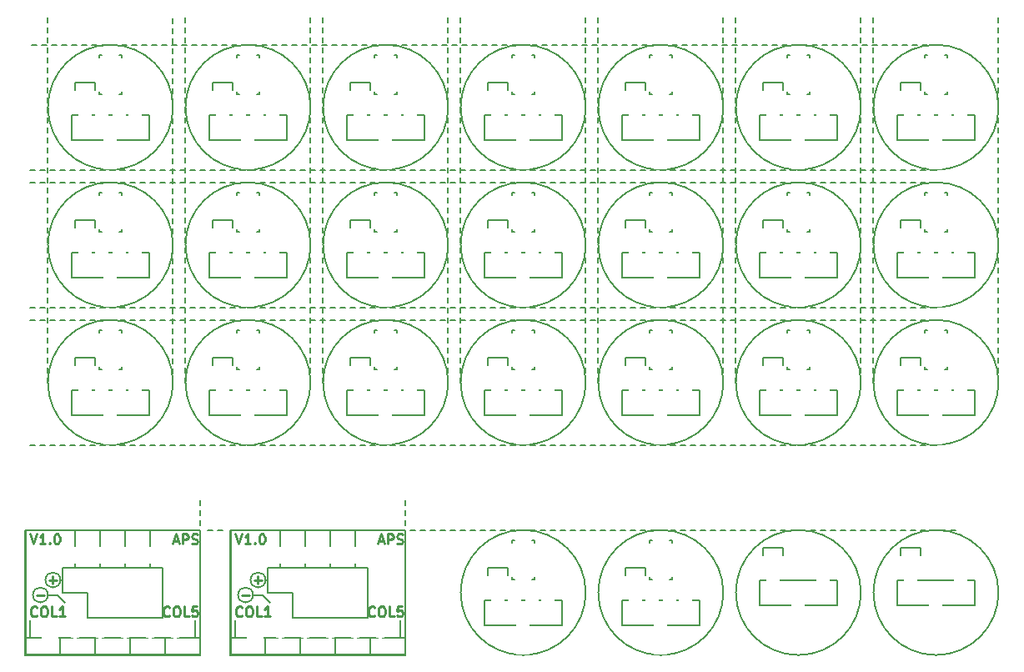
<source format=gto>
G04 (created by PCBNEW (2013-07-07 BZR 4022)-stable) date 2/6/2014 2:53:49 PM*
%MOIN*%
G04 Gerber Fmt 3.4, Leading zero omitted, Abs format*
%FSLAX34Y34*%
G01*
G70*
G90*
G04 APERTURE LIST*
%ADD10C,0.007*%
%ADD11C,0.00787402*%
%ADD12C,0.01*%
%ADD13C,0.00590551*%
%ADD14R,0.053X0.174*%
%ADD15R,0.069X0.069*%
%ADD16C,0.069*%
%ADD17R,0.0573071X0.0691181*%
%ADD18R,0.0514016X0.0514016*%
%ADD19R,0.037622X0.0356535*%
%ADD20R,0.073X0.0652*%
G04 APERTURE END LIST*
G54D10*
G54D11*
X33500Y2600D02*
G75*
G03X33500Y2600I-2500J0D01*
G74*
G01*
X39000Y2600D02*
G75*
G03X39000Y2600I-2500J0D01*
G74*
G01*
X39000Y25400D02*
X39000Y25600D01*
X39000Y25000D02*
X39000Y25200D01*
X39000Y21400D02*
X39000Y21600D01*
X39000Y21000D02*
X39000Y21200D01*
X39000Y20600D02*
X39000Y20800D01*
X39000Y20200D02*
X39000Y20400D01*
X39000Y19800D02*
X39000Y20000D01*
X39000Y19400D02*
X39000Y19600D01*
X39000Y19000D02*
X39000Y19200D01*
X39000Y18600D02*
X39000Y18800D01*
X39000Y18200D02*
X39000Y18400D01*
X39000Y21800D02*
X39000Y22000D01*
X39000Y22200D02*
X39000Y22400D01*
X39000Y22600D02*
X39000Y22800D01*
X39000Y23000D02*
X39000Y23200D01*
X39000Y23400D02*
X39000Y23600D01*
X39000Y23800D02*
X39000Y24000D01*
X39000Y24200D02*
X39000Y24400D01*
X39000Y24600D02*
X39000Y24800D01*
X39000Y25000D02*
X39000Y25200D01*
X39000Y17800D02*
X39000Y18000D01*
X39000Y17400D02*
X39000Y17600D01*
X39000Y17000D02*
X39000Y17200D01*
X39000Y16600D02*
X39000Y16800D01*
X39000Y16200D02*
X39000Y16400D01*
X39000Y15800D02*
X39000Y16000D01*
X39000Y15400D02*
X39000Y15600D01*
X39000Y15000D02*
X39000Y15200D01*
X39000Y14600D02*
X39000Y14800D01*
X39000Y11000D02*
X39000Y11200D01*
X39000Y11400D02*
X39000Y11600D01*
X39000Y11800D02*
X39000Y12000D01*
X39000Y12200D02*
X39000Y12400D01*
X39000Y12600D02*
X39000Y12800D01*
X39000Y13000D02*
X39000Y13200D01*
X39000Y13400D02*
X39000Y13600D01*
X39000Y13800D02*
X39000Y14000D01*
X39000Y14200D02*
X39000Y14400D01*
X34000Y25400D02*
X34000Y25600D01*
X34000Y25000D02*
X34000Y25200D01*
X34000Y21400D02*
X34000Y21600D01*
X34000Y21000D02*
X34000Y21200D01*
X34000Y20600D02*
X34000Y20800D01*
X34000Y20200D02*
X34000Y20400D01*
X34000Y19800D02*
X34000Y20000D01*
X34000Y19400D02*
X34000Y19600D01*
X34000Y19000D02*
X34000Y19200D01*
X34000Y18600D02*
X34000Y18800D01*
X34000Y18200D02*
X34000Y18400D01*
X34000Y21800D02*
X34000Y22000D01*
X34000Y22200D02*
X34000Y22400D01*
X34000Y22600D02*
X34000Y22800D01*
X34000Y23000D02*
X34000Y23200D01*
X34000Y23400D02*
X34000Y23600D01*
X34000Y23800D02*
X34000Y24000D01*
X34000Y24200D02*
X34000Y24400D01*
X34000Y24600D02*
X34000Y24800D01*
X34000Y25000D02*
X34000Y25200D01*
X34000Y17800D02*
X34000Y18000D01*
X34000Y17400D02*
X34000Y17600D01*
X34000Y17000D02*
X34000Y17200D01*
X34000Y16600D02*
X34000Y16800D01*
X34000Y16200D02*
X34000Y16400D01*
X34000Y15800D02*
X34000Y16000D01*
X34000Y15400D02*
X34000Y15600D01*
X34000Y15000D02*
X34000Y15200D01*
X34000Y14600D02*
X34000Y14800D01*
X34000Y11000D02*
X34000Y11200D01*
X34000Y11400D02*
X34000Y11600D01*
X34000Y11800D02*
X34000Y12000D01*
X34000Y12200D02*
X34000Y12400D01*
X34000Y12600D02*
X34000Y12800D01*
X34000Y13000D02*
X34000Y13200D01*
X34000Y13400D02*
X34000Y13600D01*
X34000Y13800D02*
X34000Y14000D01*
X34000Y14200D02*
X34000Y14400D01*
X33500Y25400D02*
X33500Y25600D01*
X33500Y25000D02*
X33500Y25200D01*
X33500Y21400D02*
X33500Y21600D01*
X33500Y21000D02*
X33500Y21200D01*
X33500Y20600D02*
X33500Y20800D01*
X33500Y20200D02*
X33500Y20400D01*
X33500Y19800D02*
X33500Y20000D01*
X33500Y19400D02*
X33500Y19600D01*
X33500Y19000D02*
X33500Y19200D01*
X33500Y18600D02*
X33500Y18800D01*
X33500Y18200D02*
X33500Y18400D01*
X33500Y21800D02*
X33500Y22000D01*
X33500Y22200D02*
X33500Y22400D01*
X33500Y22600D02*
X33500Y22800D01*
X33500Y23000D02*
X33500Y23200D01*
X33500Y23400D02*
X33500Y23600D01*
X33500Y23800D02*
X33500Y24000D01*
X33500Y24200D02*
X33500Y24400D01*
X33500Y24600D02*
X33500Y24800D01*
X33500Y25000D02*
X33500Y25200D01*
X33500Y17800D02*
X33500Y18000D01*
X33500Y17400D02*
X33500Y17600D01*
X33500Y17000D02*
X33500Y17200D01*
X33500Y16600D02*
X33500Y16800D01*
X33500Y16200D02*
X33500Y16400D01*
X33500Y15800D02*
X33500Y16000D01*
X33500Y15400D02*
X33500Y15600D01*
X33500Y15000D02*
X33500Y15200D01*
X33500Y14600D02*
X33500Y14800D01*
X33500Y11000D02*
X33500Y11200D01*
X33500Y11400D02*
X33500Y11600D01*
X33500Y11800D02*
X33500Y12000D01*
X33500Y12200D02*
X33500Y12400D01*
X33500Y12600D02*
X33500Y12800D01*
X33500Y13000D02*
X33500Y13200D01*
X33500Y13400D02*
X33500Y13600D01*
X33500Y13800D02*
X33500Y14000D01*
X33500Y14200D02*
X33500Y14400D01*
X28500Y25400D02*
X28500Y25600D01*
X28500Y25000D02*
X28500Y25200D01*
X28500Y21400D02*
X28500Y21600D01*
X28500Y21000D02*
X28500Y21200D01*
X28500Y20600D02*
X28500Y20800D01*
X28500Y20200D02*
X28500Y20400D01*
X28500Y19800D02*
X28500Y20000D01*
X28500Y19400D02*
X28500Y19600D01*
X28500Y19000D02*
X28500Y19200D01*
X28500Y18600D02*
X28500Y18800D01*
X28500Y18200D02*
X28500Y18400D01*
X28500Y21800D02*
X28500Y22000D01*
X28500Y22200D02*
X28500Y22400D01*
X28500Y22600D02*
X28500Y22800D01*
X28500Y23000D02*
X28500Y23200D01*
X28500Y23400D02*
X28500Y23600D01*
X28500Y23800D02*
X28500Y24000D01*
X28500Y24200D02*
X28500Y24400D01*
X28500Y24600D02*
X28500Y24800D01*
X28500Y25000D02*
X28500Y25200D01*
X28500Y17800D02*
X28500Y18000D01*
X28500Y17400D02*
X28500Y17600D01*
X28500Y17000D02*
X28500Y17200D01*
X28500Y16600D02*
X28500Y16800D01*
X28500Y16200D02*
X28500Y16400D01*
X28500Y15800D02*
X28500Y16000D01*
X28500Y15400D02*
X28500Y15600D01*
X28500Y15000D02*
X28500Y15200D01*
X28500Y14600D02*
X28500Y14800D01*
X28500Y11000D02*
X28500Y11200D01*
X28500Y11400D02*
X28500Y11600D01*
X28500Y11800D02*
X28500Y12000D01*
X28500Y12200D02*
X28500Y12400D01*
X28500Y12600D02*
X28500Y12800D01*
X28500Y13000D02*
X28500Y13200D01*
X28500Y13400D02*
X28500Y13600D01*
X28500Y13800D02*
X28500Y14000D01*
X28500Y14200D02*
X28500Y14400D01*
X28000Y25400D02*
X28000Y25600D01*
X28000Y25000D02*
X28000Y25200D01*
X28000Y21400D02*
X28000Y21600D01*
X28000Y21000D02*
X28000Y21200D01*
X28000Y20600D02*
X28000Y20800D01*
X28000Y20200D02*
X28000Y20400D01*
X28000Y19800D02*
X28000Y20000D01*
X28000Y19400D02*
X28000Y19600D01*
X28000Y19000D02*
X28000Y19200D01*
X28000Y18600D02*
X28000Y18800D01*
X28000Y18200D02*
X28000Y18400D01*
X28000Y21800D02*
X28000Y22000D01*
X28000Y22200D02*
X28000Y22400D01*
X28000Y22600D02*
X28000Y22800D01*
X28000Y23000D02*
X28000Y23200D01*
X28000Y23400D02*
X28000Y23600D01*
X28000Y23800D02*
X28000Y24000D01*
X28000Y24200D02*
X28000Y24400D01*
X28000Y24600D02*
X28000Y24800D01*
X28000Y25000D02*
X28000Y25200D01*
X28000Y17800D02*
X28000Y18000D01*
X28000Y17400D02*
X28000Y17600D01*
X28000Y17000D02*
X28000Y17200D01*
X28000Y16600D02*
X28000Y16800D01*
X28000Y16200D02*
X28000Y16400D01*
X28000Y15800D02*
X28000Y16000D01*
X28000Y15400D02*
X28000Y15600D01*
X28000Y15000D02*
X28000Y15200D01*
X28000Y14600D02*
X28000Y14800D01*
X28000Y11000D02*
X28000Y11200D01*
X28000Y11400D02*
X28000Y11600D01*
X28000Y11800D02*
X28000Y12000D01*
X28000Y12200D02*
X28000Y12400D01*
X28000Y12600D02*
X28000Y12800D01*
X28000Y13000D02*
X28000Y13200D01*
X28000Y13400D02*
X28000Y13600D01*
X28000Y13800D02*
X28000Y14000D01*
X28000Y14200D02*
X28000Y14400D01*
X23000Y25400D02*
X23000Y25600D01*
X23000Y25000D02*
X23000Y25200D01*
X23000Y21400D02*
X23000Y21600D01*
X23000Y21000D02*
X23000Y21200D01*
X23000Y20600D02*
X23000Y20800D01*
X23000Y20200D02*
X23000Y20400D01*
X23000Y19800D02*
X23000Y20000D01*
X23000Y19400D02*
X23000Y19600D01*
X23000Y19000D02*
X23000Y19200D01*
X23000Y18600D02*
X23000Y18800D01*
X23000Y18200D02*
X23000Y18400D01*
X23000Y21800D02*
X23000Y22000D01*
X23000Y22200D02*
X23000Y22400D01*
X23000Y22600D02*
X23000Y22800D01*
X23000Y23000D02*
X23000Y23200D01*
X23000Y23400D02*
X23000Y23600D01*
X23000Y23800D02*
X23000Y24000D01*
X23000Y24200D02*
X23000Y24400D01*
X23000Y24600D02*
X23000Y24800D01*
X23000Y25000D02*
X23000Y25200D01*
X23000Y17800D02*
X23000Y18000D01*
X23000Y17400D02*
X23000Y17600D01*
X23000Y17000D02*
X23000Y17200D01*
X23000Y16600D02*
X23000Y16800D01*
X23000Y16200D02*
X23000Y16400D01*
X23000Y15800D02*
X23000Y16000D01*
X23000Y15400D02*
X23000Y15600D01*
X23000Y15000D02*
X23000Y15200D01*
X23000Y14600D02*
X23000Y14800D01*
X23000Y11000D02*
X23000Y11200D01*
X23000Y11400D02*
X23000Y11600D01*
X23000Y11800D02*
X23000Y12000D01*
X23000Y12200D02*
X23000Y12400D01*
X23000Y12600D02*
X23000Y12800D01*
X23000Y13000D02*
X23000Y13200D01*
X23000Y13400D02*
X23000Y13600D01*
X23000Y13800D02*
X23000Y14000D01*
X23000Y14200D02*
X23000Y14400D01*
X22500Y25400D02*
X22500Y25600D01*
X22500Y25000D02*
X22500Y25200D01*
X22500Y21400D02*
X22500Y21600D01*
X22500Y21000D02*
X22500Y21200D01*
X22500Y20600D02*
X22500Y20800D01*
X22500Y20200D02*
X22500Y20400D01*
X22500Y19800D02*
X22500Y20000D01*
X22500Y19400D02*
X22500Y19600D01*
X22500Y19000D02*
X22500Y19200D01*
X22500Y18600D02*
X22500Y18800D01*
X22500Y18200D02*
X22500Y18400D01*
X22500Y21800D02*
X22500Y22000D01*
X22500Y22200D02*
X22500Y22400D01*
X22500Y22600D02*
X22500Y22800D01*
X22500Y23000D02*
X22500Y23200D01*
X22500Y23400D02*
X22500Y23600D01*
X22500Y23800D02*
X22500Y24000D01*
X22500Y24200D02*
X22500Y24400D01*
X22500Y24600D02*
X22500Y24800D01*
X22500Y25000D02*
X22500Y25200D01*
X22500Y17800D02*
X22500Y18000D01*
X22500Y17400D02*
X22500Y17600D01*
X22500Y17000D02*
X22500Y17200D01*
X22500Y16600D02*
X22500Y16800D01*
X22500Y16200D02*
X22500Y16400D01*
X22500Y15800D02*
X22500Y16000D01*
X22500Y15400D02*
X22500Y15600D01*
X22500Y15000D02*
X22500Y15200D01*
X22500Y14600D02*
X22500Y14800D01*
X22500Y11000D02*
X22500Y11200D01*
X22500Y11400D02*
X22500Y11600D01*
X22500Y11800D02*
X22500Y12000D01*
X22500Y12200D02*
X22500Y12400D01*
X22500Y12600D02*
X22500Y12800D01*
X22500Y13000D02*
X22500Y13200D01*
X22500Y13400D02*
X22500Y13600D01*
X22500Y13800D02*
X22500Y14000D01*
X22500Y14200D02*
X22500Y14400D01*
X17500Y25400D02*
X17500Y25600D01*
X17500Y25000D02*
X17500Y25200D01*
X17500Y21400D02*
X17500Y21600D01*
X17500Y21000D02*
X17500Y21200D01*
X17500Y20600D02*
X17500Y20800D01*
X17500Y20200D02*
X17500Y20400D01*
X17500Y19800D02*
X17500Y20000D01*
X17500Y19400D02*
X17500Y19600D01*
X17500Y19000D02*
X17500Y19200D01*
X17500Y18600D02*
X17500Y18800D01*
X17500Y18200D02*
X17500Y18400D01*
X17500Y21800D02*
X17500Y22000D01*
X17500Y22200D02*
X17500Y22400D01*
X17500Y22600D02*
X17500Y22800D01*
X17500Y23000D02*
X17500Y23200D01*
X17500Y23400D02*
X17500Y23600D01*
X17500Y23800D02*
X17500Y24000D01*
X17500Y24200D02*
X17500Y24400D01*
X17500Y24600D02*
X17500Y24800D01*
X17500Y25000D02*
X17500Y25200D01*
X17500Y17800D02*
X17500Y18000D01*
X17500Y17400D02*
X17500Y17600D01*
X17500Y17000D02*
X17500Y17200D01*
X17500Y16600D02*
X17500Y16800D01*
X17500Y16200D02*
X17500Y16400D01*
X17500Y15800D02*
X17500Y16000D01*
X17500Y15400D02*
X17500Y15600D01*
X17500Y15000D02*
X17500Y15200D01*
X17500Y14600D02*
X17500Y14800D01*
X17500Y11000D02*
X17500Y11200D01*
X17500Y11400D02*
X17500Y11600D01*
X17500Y11800D02*
X17500Y12000D01*
X17500Y12200D02*
X17500Y12400D01*
X17500Y12600D02*
X17500Y12800D01*
X17500Y13000D02*
X17500Y13200D01*
X17500Y13400D02*
X17500Y13600D01*
X17500Y13800D02*
X17500Y14000D01*
X17500Y14200D02*
X17500Y14400D01*
X17500Y25400D02*
X17500Y25600D01*
X17500Y25000D02*
X17500Y25200D01*
X17500Y21400D02*
X17500Y21600D01*
X17500Y21000D02*
X17500Y21200D01*
X17500Y20600D02*
X17500Y20800D01*
X17500Y20200D02*
X17500Y20400D01*
X17500Y19800D02*
X17500Y20000D01*
X17500Y19400D02*
X17500Y19600D01*
X17500Y19000D02*
X17500Y19200D01*
X17500Y18600D02*
X17500Y18800D01*
X17500Y18200D02*
X17500Y18400D01*
X17500Y21800D02*
X17500Y22000D01*
X17500Y22200D02*
X17500Y22400D01*
X17500Y22600D02*
X17500Y22800D01*
X17500Y23000D02*
X17500Y23200D01*
X17500Y23400D02*
X17500Y23600D01*
X17500Y23800D02*
X17500Y24000D01*
X17500Y24200D02*
X17500Y24400D01*
X17500Y24600D02*
X17500Y24800D01*
X17500Y25000D02*
X17500Y25200D01*
X17500Y17800D02*
X17500Y18000D01*
X17500Y17400D02*
X17500Y17600D01*
X17500Y17000D02*
X17500Y17200D01*
X17500Y16600D02*
X17500Y16800D01*
X17500Y16200D02*
X17500Y16400D01*
X17500Y15800D02*
X17500Y16000D01*
X17500Y15400D02*
X17500Y15600D01*
X17500Y15000D02*
X17500Y15200D01*
X17500Y14600D02*
X17500Y14800D01*
X17500Y11000D02*
X17500Y11200D01*
X17500Y11400D02*
X17500Y11600D01*
X17500Y11800D02*
X17500Y12000D01*
X17500Y12200D02*
X17500Y12400D01*
X17500Y12600D02*
X17500Y12800D01*
X17500Y13000D02*
X17500Y13200D01*
X17500Y13400D02*
X17500Y13600D01*
X17500Y13800D02*
X17500Y14000D01*
X17500Y14200D02*
X17500Y14400D01*
X17000Y25400D02*
X17000Y25600D01*
X17000Y25000D02*
X17000Y25200D01*
X17000Y21400D02*
X17000Y21600D01*
X17000Y21000D02*
X17000Y21200D01*
X17000Y20600D02*
X17000Y20800D01*
X17000Y20200D02*
X17000Y20400D01*
X17000Y19800D02*
X17000Y20000D01*
X17000Y19400D02*
X17000Y19600D01*
X17000Y19000D02*
X17000Y19200D01*
X17000Y18600D02*
X17000Y18800D01*
X17000Y18200D02*
X17000Y18400D01*
X17000Y21800D02*
X17000Y22000D01*
X17000Y22200D02*
X17000Y22400D01*
X17000Y22600D02*
X17000Y22800D01*
X17000Y23000D02*
X17000Y23200D01*
X17000Y23400D02*
X17000Y23600D01*
X17000Y23800D02*
X17000Y24000D01*
X17000Y24200D02*
X17000Y24400D01*
X17000Y24600D02*
X17000Y24800D01*
X17000Y25000D02*
X17000Y25200D01*
X17000Y17800D02*
X17000Y18000D01*
X17000Y17400D02*
X17000Y17600D01*
X17000Y17000D02*
X17000Y17200D01*
X17000Y16600D02*
X17000Y16800D01*
X17000Y16200D02*
X17000Y16400D01*
X17000Y15800D02*
X17000Y16000D01*
X17000Y15400D02*
X17000Y15600D01*
X17000Y15000D02*
X17000Y15200D01*
X17000Y14600D02*
X17000Y14800D01*
X17000Y11000D02*
X17000Y11200D01*
X17000Y11400D02*
X17000Y11600D01*
X17000Y11800D02*
X17000Y12000D01*
X17000Y12200D02*
X17000Y12400D01*
X17000Y12600D02*
X17000Y12800D01*
X17000Y13000D02*
X17000Y13200D01*
X17000Y13400D02*
X17000Y13600D01*
X17000Y13800D02*
X17000Y14000D01*
X17000Y14200D02*
X17000Y14400D01*
X12000Y25400D02*
X12000Y25600D01*
X12000Y25000D02*
X12000Y25200D01*
X12000Y21400D02*
X12000Y21600D01*
X12000Y21000D02*
X12000Y21200D01*
X12000Y20600D02*
X12000Y20800D01*
X12000Y20200D02*
X12000Y20400D01*
X12000Y19800D02*
X12000Y20000D01*
X12000Y19400D02*
X12000Y19600D01*
X12000Y19000D02*
X12000Y19200D01*
X12000Y18600D02*
X12000Y18800D01*
X12000Y18200D02*
X12000Y18400D01*
X12000Y21800D02*
X12000Y22000D01*
X12000Y22200D02*
X12000Y22400D01*
X12000Y22600D02*
X12000Y22800D01*
X12000Y23000D02*
X12000Y23200D01*
X12000Y23400D02*
X12000Y23600D01*
X12000Y23800D02*
X12000Y24000D01*
X12000Y24200D02*
X12000Y24400D01*
X12000Y24600D02*
X12000Y24800D01*
X12000Y25000D02*
X12000Y25200D01*
X12000Y17800D02*
X12000Y18000D01*
X12000Y17400D02*
X12000Y17600D01*
X12000Y17000D02*
X12000Y17200D01*
X12000Y16600D02*
X12000Y16800D01*
X12000Y16200D02*
X12000Y16400D01*
X12000Y15800D02*
X12000Y16000D01*
X12000Y15400D02*
X12000Y15600D01*
X12000Y15000D02*
X12000Y15200D01*
X12000Y14600D02*
X12000Y14800D01*
X12000Y11000D02*
X12000Y11200D01*
X12000Y11400D02*
X12000Y11600D01*
X12000Y11800D02*
X12000Y12000D01*
X12000Y12200D02*
X12000Y12400D01*
X12000Y12600D02*
X12000Y12800D01*
X12000Y13000D02*
X12000Y13200D01*
X12000Y13400D02*
X12000Y13600D01*
X12000Y13800D02*
X12000Y14000D01*
X12000Y14200D02*
X12000Y14400D01*
X11500Y25400D02*
X11500Y25600D01*
X11500Y25000D02*
X11500Y25200D01*
X11500Y21400D02*
X11500Y21600D01*
X11500Y21000D02*
X11500Y21200D01*
X11500Y20600D02*
X11500Y20800D01*
X11500Y20200D02*
X11500Y20400D01*
X11500Y19800D02*
X11500Y20000D01*
X11500Y19400D02*
X11500Y19600D01*
X11500Y19000D02*
X11500Y19200D01*
X11500Y18600D02*
X11500Y18800D01*
X11500Y18200D02*
X11500Y18400D01*
X11500Y21800D02*
X11500Y22000D01*
X11500Y22200D02*
X11500Y22400D01*
X11500Y22600D02*
X11500Y22800D01*
X11500Y23000D02*
X11500Y23200D01*
X11500Y23400D02*
X11500Y23600D01*
X11500Y23800D02*
X11500Y24000D01*
X11500Y24200D02*
X11500Y24400D01*
X11500Y24600D02*
X11500Y24800D01*
X11500Y25000D02*
X11500Y25200D01*
X11500Y17800D02*
X11500Y18000D01*
X11500Y17400D02*
X11500Y17600D01*
X11500Y17000D02*
X11500Y17200D01*
X11500Y16600D02*
X11500Y16800D01*
X11500Y16200D02*
X11500Y16400D01*
X11500Y15800D02*
X11500Y16000D01*
X11500Y15400D02*
X11500Y15600D01*
X11500Y15000D02*
X11500Y15200D01*
X11500Y14600D02*
X11500Y14800D01*
X11500Y11000D02*
X11500Y11200D01*
X11500Y11400D02*
X11500Y11600D01*
X11500Y11800D02*
X11500Y12000D01*
X11500Y12200D02*
X11500Y12400D01*
X11500Y12600D02*
X11500Y12800D01*
X11500Y13000D02*
X11500Y13200D01*
X11500Y13400D02*
X11500Y13600D01*
X11500Y13800D02*
X11500Y14000D01*
X11500Y14200D02*
X11500Y14400D01*
X6500Y25400D02*
X6500Y25600D01*
X6500Y25000D02*
X6500Y25200D01*
X6500Y21400D02*
X6500Y21600D01*
X6500Y21000D02*
X6500Y21200D01*
X6500Y20600D02*
X6500Y20800D01*
X6500Y20200D02*
X6500Y20400D01*
X6500Y19800D02*
X6500Y20000D01*
X6500Y19400D02*
X6500Y19600D01*
X6500Y19000D02*
X6500Y19200D01*
X6500Y18600D02*
X6500Y18800D01*
X6500Y18200D02*
X6500Y18400D01*
X6500Y21800D02*
X6500Y22000D01*
X6500Y22200D02*
X6500Y22400D01*
X6500Y22600D02*
X6500Y22800D01*
X6500Y23000D02*
X6500Y23200D01*
X6500Y23400D02*
X6500Y23600D01*
X6500Y23800D02*
X6500Y24000D01*
X6500Y24200D02*
X6500Y24400D01*
X6500Y24600D02*
X6500Y24800D01*
X6500Y25000D02*
X6500Y25200D01*
X6500Y17800D02*
X6500Y18000D01*
X6500Y17400D02*
X6500Y17600D01*
X6500Y17000D02*
X6500Y17200D01*
X6500Y16600D02*
X6500Y16800D01*
X6500Y16200D02*
X6500Y16400D01*
X6500Y15800D02*
X6500Y16000D01*
X6500Y15400D02*
X6500Y15600D01*
X6500Y15000D02*
X6500Y15200D01*
X6500Y14600D02*
X6500Y14800D01*
X6500Y11000D02*
X6500Y11200D01*
X6500Y11400D02*
X6500Y11600D01*
X6500Y11800D02*
X6500Y12000D01*
X6500Y12200D02*
X6500Y12400D01*
X6500Y12600D02*
X6500Y12800D01*
X6500Y13000D02*
X6500Y13200D01*
X6500Y13400D02*
X6500Y13600D01*
X6500Y13800D02*
X6500Y14000D01*
X6500Y14200D02*
X6500Y14400D01*
X1000Y25400D02*
X1000Y25600D01*
X1000Y25000D02*
X1000Y25200D01*
X1000Y21400D02*
X1000Y21600D01*
X1000Y21000D02*
X1000Y21200D01*
X1000Y20600D02*
X1000Y20800D01*
X1000Y20200D02*
X1000Y20400D01*
X1000Y19800D02*
X1000Y20000D01*
X1000Y19400D02*
X1000Y19600D01*
X1000Y19000D02*
X1000Y19200D01*
X1000Y18600D02*
X1000Y18800D01*
X1000Y18200D02*
X1000Y18400D01*
X1000Y21800D02*
X1000Y22000D01*
X1000Y22200D02*
X1000Y22400D01*
X1000Y22600D02*
X1000Y22800D01*
X1000Y23000D02*
X1000Y23200D01*
X1000Y23400D02*
X1000Y23600D01*
X1000Y23800D02*
X1000Y24000D01*
X1000Y24200D02*
X1000Y24400D01*
X1000Y24600D02*
X1000Y24800D01*
X1000Y25000D02*
X1000Y25200D01*
X1000Y17800D02*
X1000Y18000D01*
X1000Y17400D02*
X1000Y17600D01*
X1000Y17000D02*
X1000Y17200D01*
X1000Y16600D02*
X1000Y16800D01*
X1000Y16200D02*
X1000Y16400D01*
X1000Y15800D02*
X1000Y16000D01*
X1000Y15400D02*
X1000Y15600D01*
X1000Y15000D02*
X1000Y15200D01*
X1000Y14600D02*
X1000Y14800D01*
X1000Y11000D02*
X1000Y11200D01*
X1000Y11400D02*
X1000Y11600D01*
X1000Y11800D02*
X1000Y12000D01*
X1000Y12200D02*
X1000Y12400D01*
X1000Y12600D02*
X1000Y12800D01*
X1000Y13000D02*
X1000Y13200D01*
X1000Y13400D02*
X1000Y13600D01*
X1000Y13800D02*
X1000Y14000D01*
X1000Y14200D02*
X1000Y14400D01*
X6000Y25350D02*
X6000Y25550D01*
X6000Y24950D02*
X6000Y25150D01*
X6000Y21350D02*
X6000Y21550D01*
X6000Y20950D02*
X6000Y21150D01*
X6000Y20550D02*
X6000Y20750D01*
X6000Y20150D02*
X6000Y20350D01*
X6000Y19750D02*
X6000Y19950D01*
X6000Y19350D02*
X6000Y19550D01*
X6000Y18950D02*
X6000Y19150D01*
X6000Y18550D02*
X6000Y18750D01*
X6000Y18150D02*
X6000Y18350D01*
X6000Y21750D02*
X6000Y21950D01*
X6000Y22150D02*
X6000Y22350D01*
X6000Y22550D02*
X6000Y22750D01*
X6000Y22950D02*
X6000Y23150D01*
X6000Y23350D02*
X6000Y23550D01*
X6000Y23750D02*
X6000Y23950D01*
X6000Y24150D02*
X6000Y24350D01*
X6000Y24550D02*
X6000Y24750D01*
X6000Y24950D02*
X6000Y25150D01*
X6000Y17750D02*
X6000Y17950D01*
X6000Y17350D02*
X6000Y17550D01*
X6000Y16950D02*
X6000Y17150D01*
X6000Y16550D02*
X6000Y16750D01*
X6000Y16150D02*
X6000Y16350D01*
X6000Y15750D02*
X6000Y15950D01*
X6000Y15350D02*
X6000Y15550D01*
X6000Y14950D02*
X6000Y15150D01*
X6000Y14550D02*
X6000Y14750D01*
X6000Y10950D02*
X6000Y11150D01*
X6000Y11350D02*
X6000Y11550D01*
X6000Y11750D02*
X6000Y11950D01*
X6000Y12150D02*
X6000Y12350D01*
X6000Y12550D02*
X6000Y12750D01*
X6000Y12950D02*
X6000Y13150D01*
X6000Y13350D02*
X6000Y13550D01*
X6000Y13750D02*
X6000Y13950D01*
X6000Y14150D02*
X6000Y14350D01*
X15500Y5100D02*
X15700Y5100D01*
X15900Y5100D02*
X16100Y5100D01*
X23100Y5100D02*
X23300Y5100D01*
X22700Y5100D02*
X22900Y5100D01*
X22300Y5100D02*
X22500Y5100D01*
X21900Y5100D02*
X22100Y5100D01*
X21500Y5100D02*
X21700Y5100D01*
X21100Y5100D02*
X21300Y5100D01*
X20700Y5100D02*
X20900Y5100D01*
X20300Y5100D02*
X20500Y5100D01*
X19900Y5100D02*
X20100Y5100D01*
X16300Y5100D02*
X16500Y5100D01*
X16700Y5100D02*
X16900Y5100D01*
X17100Y5100D02*
X17300Y5100D01*
X17500Y5100D02*
X17700Y5100D01*
X17900Y5100D02*
X18100Y5100D01*
X18300Y5100D02*
X18500Y5100D01*
X18700Y5100D02*
X18900Y5100D01*
X19100Y5100D02*
X19300Y5100D01*
X19500Y5100D02*
X19700Y5100D01*
X33500Y5100D02*
X33700Y5100D01*
X33100Y5100D02*
X33300Y5100D01*
X32700Y5100D02*
X32900Y5100D01*
X32300Y5100D02*
X32500Y5100D01*
X31900Y5100D02*
X32100Y5100D01*
X31500Y5100D02*
X31700Y5100D01*
X31100Y5100D02*
X31300Y5100D01*
X30700Y5100D02*
X30900Y5100D01*
X30300Y5100D02*
X30500Y5100D01*
X33900Y5100D02*
X34100Y5100D01*
X34300Y5100D02*
X34500Y5100D01*
X34700Y5100D02*
X34900Y5100D01*
X35100Y5100D02*
X35300Y5100D01*
X35500Y5100D02*
X35700Y5100D01*
X35900Y5100D02*
X36100Y5100D01*
X36300Y5100D02*
X36500Y5100D01*
X36700Y5100D02*
X36900Y5100D01*
X37100Y5100D02*
X37300Y5100D01*
X29900Y5100D02*
X30100Y5100D01*
X29500Y5100D02*
X29700Y5100D01*
X29100Y5100D02*
X29300Y5100D01*
X28700Y5100D02*
X28900Y5100D01*
X28300Y5100D02*
X28500Y5100D01*
X27900Y5100D02*
X28100Y5100D01*
X27500Y5100D02*
X27700Y5100D01*
X27100Y5100D02*
X27300Y5100D01*
X26700Y5100D02*
X26900Y5100D01*
X23100Y5100D02*
X23300Y5100D01*
X23500Y5100D02*
X23700Y5100D01*
X23900Y5100D02*
X24100Y5100D01*
X24300Y5100D02*
X24500Y5100D01*
X24700Y5100D02*
X24900Y5100D01*
X25100Y5100D02*
X25300Y5100D01*
X25500Y5100D02*
X25700Y5100D01*
X25900Y5100D02*
X26100Y5100D01*
X26300Y5100D02*
X26500Y5100D01*
X11500Y8500D02*
X11700Y8500D01*
X11100Y8500D02*
X11300Y8500D01*
X10700Y8500D02*
X10900Y8500D01*
X10300Y8500D02*
X10500Y8500D01*
X9900Y8500D02*
X10100Y8500D01*
X9500Y8500D02*
X9700Y8500D01*
X9100Y8500D02*
X9300Y8500D01*
X8700Y8500D02*
X8900Y8500D01*
X8300Y8500D02*
X8500Y8500D01*
X11900Y8500D02*
X12100Y8500D01*
X12300Y8500D02*
X12500Y8500D01*
X12700Y8500D02*
X12900Y8500D01*
X13100Y8500D02*
X13300Y8500D01*
X13500Y8500D02*
X13700Y8500D01*
X13900Y8500D02*
X14100Y8500D01*
X14300Y8500D02*
X14500Y8500D01*
X14700Y8500D02*
X14900Y8500D01*
X15100Y8500D02*
X15300Y8500D01*
X22300Y8500D02*
X22500Y8500D01*
X21900Y8500D02*
X22100Y8500D01*
X21500Y8500D02*
X21700Y8500D01*
X21100Y8500D02*
X21300Y8500D01*
X20700Y8500D02*
X20900Y8500D01*
X20300Y8500D02*
X20500Y8500D01*
X19900Y8500D02*
X20100Y8500D01*
X19500Y8500D02*
X19700Y8500D01*
X19100Y8500D02*
X19300Y8500D01*
X15500Y8500D02*
X15700Y8500D01*
X15900Y8500D02*
X16100Y8500D01*
X16300Y8500D02*
X16500Y8500D01*
X16700Y8500D02*
X16900Y8500D01*
X17100Y8500D02*
X17300Y8500D01*
X17500Y8500D02*
X17700Y8500D01*
X17900Y8500D02*
X18100Y8500D01*
X18300Y8500D02*
X18500Y8500D01*
X18700Y8500D02*
X18900Y8500D01*
X32700Y8500D02*
X32900Y8500D01*
X32300Y8500D02*
X32500Y8500D01*
X31900Y8500D02*
X32100Y8500D01*
X31500Y8500D02*
X31700Y8500D01*
X31100Y8500D02*
X31300Y8500D01*
X30700Y8500D02*
X30900Y8500D01*
X30300Y8500D02*
X30500Y8500D01*
X29900Y8500D02*
X30100Y8500D01*
X29500Y8500D02*
X29700Y8500D01*
X33100Y8500D02*
X33300Y8500D01*
X33500Y8500D02*
X33700Y8500D01*
X33900Y8500D02*
X34100Y8500D01*
X34300Y8500D02*
X34500Y8500D01*
X34700Y8500D02*
X34900Y8500D01*
X35100Y8500D02*
X35300Y8500D01*
X35500Y8500D02*
X35700Y8500D01*
X35900Y8500D02*
X36100Y8500D01*
X36300Y8500D02*
X36500Y8500D01*
X29100Y8500D02*
X29300Y8500D01*
X28700Y8500D02*
X28900Y8500D01*
X28300Y8500D02*
X28500Y8500D01*
X27900Y8500D02*
X28100Y8500D01*
X27500Y8500D02*
X27700Y8500D01*
X27100Y8500D02*
X27300Y8500D01*
X26700Y8500D02*
X26900Y8500D01*
X26300Y8500D02*
X26500Y8500D01*
X25900Y8500D02*
X26100Y8500D01*
X22300Y8500D02*
X22500Y8500D01*
X22700Y8500D02*
X22900Y8500D01*
X23100Y8500D02*
X23300Y8500D01*
X23500Y8500D02*
X23700Y8500D01*
X23900Y8500D02*
X24100Y8500D01*
X24300Y8500D02*
X24500Y8500D01*
X24700Y8500D02*
X24900Y8500D01*
X25100Y8500D02*
X25300Y8500D01*
X25500Y8500D02*
X25700Y8500D01*
X300Y8500D02*
X500Y8500D01*
X700Y8500D02*
X900Y8500D01*
X1100Y8500D02*
X1300Y8500D01*
X8300Y8500D02*
X8500Y8500D01*
X7900Y8500D02*
X8100Y8500D01*
X7500Y8500D02*
X7700Y8500D01*
X7100Y8500D02*
X7300Y8500D01*
X6700Y8500D02*
X6900Y8500D01*
X6300Y8500D02*
X6500Y8500D01*
X5900Y8500D02*
X6100Y8500D01*
X5500Y8500D02*
X5700Y8500D01*
X5100Y8500D02*
X5300Y8500D01*
X1500Y8500D02*
X1700Y8500D01*
X1900Y8500D02*
X2100Y8500D01*
X2300Y8500D02*
X2500Y8500D01*
X2700Y8500D02*
X2900Y8500D01*
X3100Y8500D02*
X3300Y8500D01*
X3500Y8500D02*
X3700Y8500D01*
X3900Y8500D02*
X4100Y8500D01*
X4300Y8500D02*
X4500Y8500D01*
X4700Y8500D02*
X4900Y8500D01*
X11500Y14000D02*
X11700Y14000D01*
X11100Y14000D02*
X11300Y14000D01*
X10700Y14000D02*
X10900Y14000D01*
X10300Y14000D02*
X10500Y14000D01*
X9900Y14000D02*
X10100Y14000D01*
X9500Y14000D02*
X9700Y14000D01*
X9100Y14000D02*
X9300Y14000D01*
X8700Y14000D02*
X8900Y14000D01*
X8300Y14000D02*
X8500Y14000D01*
X11900Y14000D02*
X12100Y14000D01*
X12300Y14000D02*
X12500Y14000D01*
X12700Y14000D02*
X12900Y14000D01*
X13100Y14000D02*
X13300Y14000D01*
X13500Y14000D02*
X13700Y14000D01*
X13900Y14000D02*
X14100Y14000D01*
X14300Y14000D02*
X14500Y14000D01*
X14700Y14000D02*
X14900Y14000D01*
X15100Y14000D02*
X15300Y14000D01*
X22300Y14000D02*
X22500Y14000D01*
X21900Y14000D02*
X22100Y14000D01*
X21500Y14000D02*
X21700Y14000D01*
X21100Y14000D02*
X21300Y14000D01*
X20700Y14000D02*
X20900Y14000D01*
X20300Y14000D02*
X20500Y14000D01*
X19900Y14000D02*
X20100Y14000D01*
X19500Y14000D02*
X19700Y14000D01*
X19100Y14000D02*
X19300Y14000D01*
X15500Y14000D02*
X15700Y14000D01*
X15900Y14000D02*
X16100Y14000D01*
X16300Y14000D02*
X16500Y14000D01*
X16700Y14000D02*
X16900Y14000D01*
X17100Y14000D02*
X17300Y14000D01*
X17500Y14000D02*
X17700Y14000D01*
X17900Y14000D02*
X18100Y14000D01*
X18300Y14000D02*
X18500Y14000D01*
X18700Y14000D02*
X18900Y14000D01*
X32700Y14000D02*
X32900Y14000D01*
X32300Y14000D02*
X32500Y14000D01*
X31900Y14000D02*
X32100Y14000D01*
X31500Y14000D02*
X31700Y14000D01*
X31100Y14000D02*
X31300Y14000D01*
X30700Y14000D02*
X30900Y14000D01*
X30300Y14000D02*
X30500Y14000D01*
X29900Y14000D02*
X30100Y14000D01*
X29500Y14000D02*
X29700Y14000D01*
X33100Y14000D02*
X33300Y14000D01*
X33500Y14000D02*
X33700Y14000D01*
X33900Y14000D02*
X34100Y14000D01*
X34300Y14000D02*
X34500Y14000D01*
X34700Y14000D02*
X34900Y14000D01*
X35100Y14000D02*
X35300Y14000D01*
X35500Y14000D02*
X35700Y14000D01*
X35900Y14000D02*
X36100Y14000D01*
X36300Y14000D02*
X36500Y14000D01*
X29100Y14000D02*
X29300Y14000D01*
X28700Y14000D02*
X28900Y14000D01*
X28300Y14000D02*
X28500Y14000D01*
X27900Y14000D02*
X28100Y14000D01*
X27500Y14000D02*
X27700Y14000D01*
X27100Y14000D02*
X27300Y14000D01*
X26700Y14000D02*
X26900Y14000D01*
X26300Y14000D02*
X26500Y14000D01*
X25900Y14000D02*
X26100Y14000D01*
X22300Y14000D02*
X22500Y14000D01*
X22700Y14000D02*
X22900Y14000D01*
X23100Y14000D02*
X23300Y14000D01*
X23500Y14000D02*
X23700Y14000D01*
X23900Y14000D02*
X24100Y14000D01*
X24300Y14000D02*
X24500Y14000D01*
X24700Y14000D02*
X24900Y14000D01*
X25100Y14000D02*
X25300Y14000D01*
X25500Y14000D02*
X25700Y14000D01*
X300Y14000D02*
X500Y14000D01*
X700Y14000D02*
X900Y14000D01*
X1100Y14000D02*
X1300Y14000D01*
X8300Y14000D02*
X8500Y14000D01*
X7900Y14000D02*
X8100Y14000D01*
X7500Y14000D02*
X7700Y14000D01*
X7100Y14000D02*
X7300Y14000D01*
X6700Y14000D02*
X6900Y14000D01*
X6300Y14000D02*
X6500Y14000D01*
X5900Y14000D02*
X6100Y14000D01*
X5500Y14000D02*
X5700Y14000D01*
X5100Y14000D02*
X5300Y14000D01*
X1500Y14000D02*
X1700Y14000D01*
X1900Y14000D02*
X2100Y14000D01*
X2300Y14000D02*
X2500Y14000D01*
X2700Y14000D02*
X2900Y14000D01*
X3100Y14000D02*
X3300Y14000D01*
X3500Y14000D02*
X3700Y14000D01*
X3900Y14000D02*
X4100Y14000D01*
X4300Y14000D02*
X4500Y14000D01*
X4700Y14000D02*
X4900Y14000D01*
X11500Y19500D02*
X11700Y19500D01*
X11100Y19500D02*
X11300Y19500D01*
X10700Y19500D02*
X10900Y19500D01*
X10300Y19500D02*
X10500Y19500D01*
X9900Y19500D02*
X10100Y19500D01*
X9500Y19500D02*
X9700Y19500D01*
X9100Y19500D02*
X9300Y19500D01*
X8700Y19500D02*
X8900Y19500D01*
X8300Y19500D02*
X8500Y19500D01*
X11900Y19500D02*
X12100Y19500D01*
X12300Y19500D02*
X12500Y19500D01*
X12700Y19500D02*
X12900Y19500D01*
X13100Y19500D02*
X13300Y19500D01*
X13500Y19500D02*
X13700Y19500D01*
X13900Y19500D02*
X14100Y19500D01*
X14300Y19500D02*
X14500Y19500D01*
X14700Y19500D02*
X14900Y19500D01*
X15100Y19500D02*
X15300Y19500D01*
X22300Y19500D02*
X22500Y19500D01*
X21900Y19500D02*
X22100Y19500D01*
X21500Y19500D02*
X21700Y19500D01*
X21100Y19500D02*
X21300Y19500D01*
X20700Y19500D02*
X20900Y19500D01*
X20300Y19500D02*
X20500Y19500D01*
X19900Y19500D02*
X20100Y19500D01*
X19500Y19500D02*
X19700Y19500D01*
X19100Y19500D02*
X19300Y19500D01*
X15500Y19500D02*
X15700Y19500D01*
X15900Y19500D02*
X16100Y19500D01*
X16300Y19500D02*
X16500Y19500D01*
X16700Y19500D02*
X16900Y19500D01*
X17100Y19500D02*
X17300Y19500D01*
X17500Y19500D02*
X17700Y19500D01*
X17900Y19500D02*
X18100Y19500D01*
X18300Y19500D02*
X18500Y19500D01*
X18700Y19500D02*
X18900Y19500D01*
X32700Y19500D02*
X32900Y19500D01*
X32300Y19500D02*
X32500Y19500D01*
X31900Y19500D02*
X32100Y19500D01*
X31500Y19500D02*
X31700Y19500D01*
X31100Y19500D02*
X31300Y19500D01*
X30700Y19500D02*
X30900Y19500D01*
X30300Y19500D02*
X30500Y19500D01*
X29900Y19500D02*
X30100Y19500D01*
X29500Y19500D02*
X29700Y19500D01*
X33100Y19500D02*
X33300Y19500D01*
X33500Y19500D02*
X33700Y19500D01*
X33900Y19500D02*
X34100Y19500D01*
X34300Y19500D02*
X34500Y19500D01*
X34700Y19500D02*
X34900Y19500D01*
X35100Y19500D02*
X35300Y19500D01*
X35500Y19500D02*
X35700Y19500D01*
X35900Y19500D02*
X36100Y19500D01*
X36300Y19500D02*
X36500Y19500D01*
X29100Y19500D02*
X29300Y19500D01*
X28700Y19500D02*
X28900Y19500D01*
X28300Y19500D02*
X28500Y19500D01*
X27900Y19500D02*
X28100Y19500D01*
X27500Y19500D02*
X27700Y19500D01*
X27100Y19500D02*
X27300Y19500D01*
X26700Y19500D02*
X26900Y19500D01*
X26300Y19500D02*
X26500Y19500D01*
X25900Y19500D02*
X26100Y19500D01*
X22300Y19500D02*
X22500Y19500D01*
X22700Y19500D02*
X22900Y19500D01*
X23100Y19500D02*
X23300Y19500D01*
X23500Y19500D02*
X23700Y19500D01*
X23900Y19500D02*
X24100Y19500D01*
X24300Y19500D02*
X24500Y19500D01*
X24700Y19500D02*
X24900Y19500D01*
X25100Y19500D02*
X25300Y19500D01*
X25500Y19500D02*
X25700Y19500D01*
X300Y19500D02*
X500Y19500D01*
X700Y19500D02*
X900Y19500D01*
X1100Y19500D02*
X1300Y19500D01*
X8300Y19500D02*
X8500Y19500D01*
X7900Y19500D02*
X8100Y19500D01*
X7500Y19500D02*
X7700Y19500D01*
X7100Y19500D02*
X7300Y19500D01*
X6700Y19500D02*
X6900Y19500D01*
X6300Y19500D02*
X6500Y19500D01*
X5900Y19500D02*
X6100Y19500D01*
X5500Y19500D02*
X5700Y19500D01*
X5100Y19500D02*
X5300Y19500D01*
X1500Y19500D02*
X1700Y19500D01*
X1900Y19500D02*
X2100Y19500D01*
X2300Y19500D02*
X2500Y19500D01*
X2700Y19500D02*
X2900Y19500D01*
X3100Y19500D02*
X3300Y19500D01*
X3500Y19500D02*
X3700Y19500D01*
X3900Y19500D02*
X4100Y19500D01*
X4300Y19500D02*
X4500Y19500D01*
X4700Y19500D02*
X4900Y19500D01*
X11500Y13500D02*
X11700Y13500D01*
X11100Y13500D02*
X11300Y13500D01*
X10700Y13500D02*
X10900Y13500D01*
X10300Y13500D02*
X10500Y13500D01*
X9900Y13500D02*
X10100Y13500D01*
X9500Y13500D02*
X9700Y13500D01*
X9100Y13500D02*
X9300Y13500D01*
X8700Y13500D02*
X8900Y13500D01*
X8300Y13500D02*
X8500Y13500D01*
X11900Y13500D02*
X12100Y13500D01*
X12300Y13500D02*
X12500Y13500D01*
X12700Y13500D02*
X12900Y13500D01*
X13100Y13500D02*
X13300Y13500D01*
X13500Y13500D02*
X13700Y13500D01*
X13900Y13500D02*
X14100Y13500D01*
X14300Y13500D02*
X14500Y13500D01*
X14700Y13500D02*
X14900Y13500D01*
X15100Y13500D02*
X15300Y13500D01*
X22300Y13500D02*
X22500Y13500D01*
X21900Y13500D02*
X22100Y13500D01*
X21500Y13500D02*
X21700Y13500D01*
X21100Y13500D02*
X21300Y13500D01*
X20700Y13500D02*
X20900Y13500D01*
X20300Y13500D02*
X20500Y13500D01*
X19900Y13500D02*
X20100Y13500D01*
X19500Y13500D02*
X19700Y13500D01*
X19100Y13500D02*
X19300Y13500D01*
X15500Y13500D02*
X15700Y13500D01*
X15900Y13500D02*
X16100Y13500D01*
X16300Y13500D02*
X16500Y13500D01*
X16700Y13500D02*
X16900Y13500D01*
X17100Y13500D02*
X17300Y13500D01*
X17500Y13500D02*
X17700Y13500D01*
X17900Y13500D02*
X18100Y13500D01*
X18300Y13500D02*
X18500Y13500D01*
X18700Y13500D02*
X18900Y13500D01*
X32700Y13500D02*
X32900Y13500D01*
X32300Y13500D02*
X32500Y13500D01*
X31900Y13500D02*
X32100Y13500D01*
X31500Y13500D02*
X31700Y13500D01*
X31100Y13500D02*
X31300Y13500D01*
X30700Y13500D02*
X30900Y13500D01*
X30300Y13500D02*
X30500Y13500D01*
X29900Y13500D02*
X30100Y13500D01*
X29500Y13500D02*
X29700Y13500D01*
X33100Y13500D02*
X33300Y13500D01*
X33500Y13500D02*
X33700Y13500D01*
X33900Y13500D02*
X34100Y13500D01*
X34300Y13500D02*
X34500Y13500D01*
X34700Y13500D02*
X34900Y13500D01*
X35100Y13500D02*
X35300Y13500D01*
X35500Y13500D02*
X35700Y13500D01*
X35900Y13500D02*
X36100Y13500D01*
X36300Y13500D02*
X36500Y13500D01*
X29100Y13500D02*
X29300Y13500D01*
X28700Y13500D02*
X28900Y13500D01*
X28300Y13500D02*
X28500Y13500D01*
X27900Y13500D02*
X28100Y13500D01*
X27500Y13500D02*
X27700Y13500D01*
X27100Y13500D02*
X27300Y13500D01*
X26700Y13500D02*
X26900Y13500D01*
X26300Y13500D02*
X26500Y13500D01*
X25900Y13500D02*
X26100Y13500D01*
X22300Y13500D02*
X22500Y13500D01*
X22700Y13500D02*
X22900Y13500D01*
X23100Y13500D02*
X23300Y13500D01*
X23500Y13500D02*
X23700Y13500D01*
X23900Y13500D02*
X24100Y13500D01*
X24300Y13500D02*
X24500Y13500D01*
X24700Y13500D02*
X24900Y13500D01*
X25100Y13500D02*
X25300Y13500D01*
X25500Y13500D02*
X25700Y13500D01*
X300Y13500D02*
X500Y13500D01*
X700Y13500D02*
X900Y13500D01*
X1100Y13500D02*
X1300Y13500D01*
X8300Y13500D02*
X8500Y13500D01*
X7900Y13500D02*
X8100Y13500D01*
X7500Y13500D02*
X7700Y13500D01*
X7100Y13500D02*
X7300Y13500D01*
X6700Y13500D02*
X6900Y13500D01*
X6300Y13500D02*
X6500Y13500D01*
X5900Y13500D02*
X6100Y13500D01*
X5500Y13500D02*
X5700Y13500D01*
X5100Y13500D02*
X5300Y13500D01*
X1500Y13500D02*
X1700Y13500D01*
X1900Y13500D02*
X2100Y13500D01*
X2300Y13500D02*
X2500Y13500D01*
X2700Y13500D02*
X2900Y13500D01*
X3100Y13500D02*
X3300Y13500D01*
X3500Y13500D02*
X3700Y13500D01*
X3900Y13500D02*
X4100Y13500D01*
X4300Y13500D02*
X4500Y13500D01*
X4700Y13500D02*
X4900Y13500D01*
X11500Y13500D02*
X11700Y13500D01*
X11100Y13500D02*
X11300Y13500D01*
X10700Y13500D02*
X10900Y13500D01*
X10300Y13500D02*
X10500Y13500D01*
X9900Y13500D02*
X10100Y13500D01*
X9500Y13500D02*
X9700Y13500D01*
X9100Y13500D02*
X9300Y13500D01*
X8700Y13500D02*
X8900Y13500D01*
X8300Y13500D02*
X8500Y13500D01*
X11900Y13500D02*
X12100Y13500D01*
X12300Y13500D02*
X12500Y13500D01*
X12700Y13500D02*
X12900Y13500D01*
X13100Y13500D02*
X13300Y13500D01*
X13500Y13500D02*
X13700Y13500D01*
X13900Y13500D02*
X14100Y13500D01*
X14300Y13500D02*
X14500Y13500D01*
X14700Y13500D02*
X14900Y13500D01*
X15100Y13500D02*
X15300Y13500D01*
X22300Y13500D02*
X22500Y13500D01*
X21900Y13500D02*
X22100Y13500D01*
X21500Y13500D02*
X21700Y13500D01*
X21100Y13500D02*
X21300Y13500D01*
X20700Y13500D02*
X20900Y13500D01*
X20300Y13500D02*
X20500Y13500D01*
X19900Y13500D02*
X20100Y13500D01*
X19500Y13500D02*
X19700Y13500D01*
X19100Y13500D02*
X19300Y13500D01*
X15500Y13500D02*
X15700Y13500D01*
X15900Y13500D02*
X16100Y13500D01*
X16300Y13500D02*
X16500Y13500D01*
X16700Y13500D02*
X16900Y13500D01*
X17100Y13500D02*
X17300Y13500D01*
X17500Y13500D02*
X17700Y13500D01*
X17900Y13500D02*
X18100Y13500D01*
X18300Y13500D02*
X18500Y13500D01*
X18700Y13500D02*
X18900Y13500D01*
X32700Y13500D02*
X32900Y13500D01*
X32300Y13500D02*
X32500Y13500D01*
X31900Y13500D02*
X32100Y13500D01*
X31500Y13500D02*
X31700Y13500D01*
X31100Y13500D02*
X31300Y13500D01*
X30700Y13500D02*
X30900Y13500D01*
X30300Y13500D02*
X30500Y13500D01*
X29900Y13500D02*
X30100Y13500D01*
X29500Y13500D02*
X29700Y13500D01*
X33100Y13500D02*
X33300Y13500D01*
X33500Y13500D02*
X33700Y13500D01*
X33900Y13500D02*
X34100Y13500D01*
X34300Y13500D02*
X34500Y13500D01*
X34700Y13500D02*
X34900Y13500D01*
X35100Y13500D02*
X35300Y13500D01*
X35500Y13500D02*
X35700Y13500D01*
X35900Y13500D02*
X36100Y13500D01*
X36300Y13500D02*
X36500Y13500D01*
X29100Y13500D02*
X29300Y13500D01*
X28700Y13500D02*
X28900Y13500D01*
X28300Y13500D02*
X28500Y13500D01*
X27900Y13500D02*
X28100Y13500D01*
X27500Y13500D02*
X27700Y13500D01*
X27100Y13500D02*
X27300Y13500D01*
X26700Y13500D02*
X26900Y13500D01*
X26300Y13500D02*
X26500Y13500D01*
X25900Y13500D02*
X26100Y13500D01*
X22300Y13500D02*
X22500Y13500D01*
X22700Y13500D02*
X22900Y13500D01*
X23100Y13500D02*
X23300Y13500D01*
X23500Y13500D02*
X23700Y13500D01*
X23900Y13500D02*
X24100Y13500D01*
X24300Y13500D02*
X24500Y13500D01*
X24700Y13500D02*
X24900Y13500D01*
X25100Y13500D02*
X25300Y13500D01*
X25500Y13500D02*
X25700Y13500D01*
X300Y13500D02*
X500Y13500D01*
X700Y13500D02*
X900Y13500D01*
X1100Y13500D02*
X1300Y13500D01*
X8300Y13500D02*
X8500Y13500D01*
X7900Y13500D02*
X8100Y13500D01*
X7500Y13500D02*
X7700Y13500D01*
X7100Y13500D02*
X7300Y13500D01*
X6700Y13500D02*
X6900Y13500D01*
X6300Y13500D02*
X6500Y13500D01*
X5900Y13500D02*
X6100Y13500D01*
X5500Y13500D02*
X5700Y13500D01*
X5100Y13500D02*
X5300Y13500D01*
X1500Y13500D02*
X1700Y13500D01*
X1900Y13500D02*
X2100Y13500D01*
X2300Y13500D02*
X2500Y13500D01*
X2700Y13500D02*
X2900Y13500D01*
X3100Y13500D02*
X3300Y13500D01*
X3500Y13500D02*
X3700Y13500D01*
X3900Y13500D02*
X4100Y13500D01*
X4300Y13500D02*
X4500Y13500D01*
X4700Y13500D02*
X4900Y13500D01*
X11500Y19000D02*
X11700Y19000D01*
X11100Y19000D02*
X11300Y19000D01*
X10700Y19000D02*
X10900Y19000D01*
X10300Y19000D02*
X10500Y19000D01*
X9900Y19000D02*
X10100Y19000D01*
X9500Y19000D02*
X9700Y19000D01*
X9100Y19000D02*
X9300Y19000D01*
X8700Y19000D02*
X8900Y19000D01*
X8300Y19000D02*
X8500Y19000D01*
X11900Y19000D02*
X12100Y19000D01*
X12300Y19000D02*
X12500Y19000D01*
X12700Y19000D02*
X12900Y19000D01*
X13100Y19000D02*
X13300Y19000D01*
X13500Y19000D02*
X13700Y19000D01*
X13900Y19000D02*
X14100Y19000D01*
X14300Y19000D02*
X14500Y19000D01*
X14700Y19000D02*
X14900Y19000D01*
X15100Y19000D02*
X15300Y19000D01*
X22300Y19000D02*
X22500Y19000D01*
X21900Y19000D02*
X22100Y19000D01*
X21500Y19000D02*
X21700Y19000D01*
X21100Y19000D02*
X21300Y19000D01*
X20700Y19000D02*
X20900Y19000D01*
X20300Y19000D02*
X20500Y19000D01*
X19900Y19000D02*
X20100Y19000D01*
X19500Y19000D02*
X19700Y19000D01*
X19100Y19000D02*
X19300Y19000D01*
X15500Y19000D02*
X15700Y19000D01*
X15900Y19000D02*
X16100Y19000D01*
X16300Y19000D02*
X16500Y19000D01*
X16700Y19000D02*
X16900Y19000D01*
X17100Y19000D02*
X17300Y19000D01*
X17500Y19000D02*
X17700Y19000D01*
X17900Y19000D02*
X18100Y19000D01*
X18300Y19000D02*
X18500Y19000D01*
X18700Y19000D02*
X18900Y19000D01*
X32700Y19000D02*
X32900Y19000D01*
X32300Y19000D02*
X32500Y19000D01*
X31900Y19000D02*
X32100Y19000D01*
X31500Y19000D02*
X31700Y19000D01*
X31100Y19000D02*
X31300Y19000D01*
X30700Y19000D02*
X30900Y19000D01*
X30300Y19000D02*
X30500Y19000D01*
X29900Y19000D02*
X30100Y19000D01*
X29500Y19000D02*
X29700Y19000D01*
X33100Y19000D02*
X33300Y19000D01*
X33500Y19000D02*
X33700Y19000D01*
X33900Y19000D02*
X34100Y19000D01*
X34300Y19000D02*
X34500Y19000D01*
X34700Y19000D02*
X34900Y19000D01*
X35100Y19000D02*
X35300Y19000D01*
X35500Y19000D02*
X35700Y19000D01*
X35900Y19000D02*
X36100Y19000D01*
X36300Y19000D02*
X36500Y19000D01*
X29100Y19000D02*
X29300Y19000D01*
X28700Y19000D02*
X28900Y19000D01*
X28300Y19000D02*
X28500Y19000D01*
X27900Y19000D02*
X28100Y19000D01*
X27500Y19000D02*
X27700Y19000D01*
X27100Y19000D02*
X27300Y19000D01*
X26700Y19000D02*
X26900Y19000D01*
X26300Y19000D02*
X26500Y19000D01*
X25900Y19000D02*
X26100Y19000D01*
X22300Y19000D02*
X22500Y19000D01*
X22700Y19000D02*
X22900Y19000D01*
X23100Y19000D02*
X23300Y19000D01*
X23500Y19000D02*
X23700Y19000D01*
X23900Y19000D02*
X24100Y19000D01*
X24300Y19000D02*
X24500Y19000D01*
X24700Y19000D02*
X24900Y19000D01*
X25100Y19000D02*
X25300Y19000D01*
X25500Y19000D02*
X25700Y19000D01*
X300Y19000D02*
X500Y19000D01*
X700Y19000D02*
X900Y19000D01*
X1100Y19000D02*
X1300Y19000D01*
X8300Y19000D02*
X8500Y19000D01*
X7900Y19000D02*
X8100Y19000D01*
X7500Y19000D02*
X7700Y19000D01*
X7100Y19000D02*
X7300Y19000D01*
X6700Y19000D02*
X6900Y19000D01*
X6300Y19000D02*
X6500Y19000D01*
X5900Y19000D02*
X6100Y19000D01*
X5500Y19000D02*
X5700Y19000D01*
X5100Y19000D02*
X5300Y19000D01*
X1500Y19000D02*
X1700Y19000D01*
X1900Y19000D02*
X2100Y19000D01*
X2300Y19000D02*
X2500Y19000D01*
X2700Y19000D02*
X2900Y19000D01*
X3100Y19000D02*
X3300Y19000D01*
X3500Y19000D02*
X3700Y19000D01*
X3900Y19000D02*
X4100Y19000D01*
X4300Y19000D02*
X4500Y19000D01*
X4700Y19000D02*
X4900Y19000D01*
X11550Y24500D02*
X11750Y24500D01*
X11150Y24500D02*
X11350Y24500D01*
X10750Y24500D02*
X10950Y24500D01*
X10350Y24500D02*
X10550Y24500D01*
X9950Y24500D02*
X10150Y24500D01*
X9550Y24500D02*
X9750Y24500D01*
X9150Y24500D02*
X9350Y24500D01*
X8750Y24500D02*
X8950Y24500D01*
X8350Y24500D02*
X8550Y24500D01*
X11950Y24500D02*
X12150Y24500D01*
X12350Y24500D02*
X12550Y24500D01*
X12750Y24500D02*
X12950Y24500D01*
X13150Y24500D02*
X13350Y24500D01*
X13550Y24500D02*
X13750Y24500D01*
X13950Y24500D02*
X14150Y24500D01*
X14350Y24500D02*
X14550Y24500D01*
X14750Y24500D02*
X14950Y24500D01*
X15150Y24500D02*
X15350Y24500D01*
X22350Y24500D02*
X22550Y24500D01*
X21950Y24500D02*
X22150Y24500D01*
X21550Y24500D02*
X21750Y24500D01*
X21150Y24500D02*
X21350Y24500D01*
X20750Y24500D02*
X20950Y24500D01*
X20350Y24500D02*
X20550Y24500D01*
X19950Y24500D02*
X20150Y24500D01*
X19550Y24500D02*
X19750Y24500D01*
X19150Y24500D02*
X19350Y24500D01*
X15550Y24500D02*
X15750Y24500D01*
X15950Y24500D02*
X16150Y24500D01*
X16350Y24500D02*
X16550Y24500D01*
X16750Y24500D02*
X16950Y24500D01*
X17150Y24500D02*
X17350Y24500D01*
X17550Y24500D02*
X17750Y24500D01*
X17950Y24500D02*
X18150Y24500D01*
X18350Y24500D02*
X18550Y24500D01*
X18750Y24500D02*
X18950Y24500D01*
X32750Y24500D02*
X32950Y24500D01*
X32350Y24500D02*
X32550Y24500D01*
X31950Y24500D02*
X32150Y24500D01*
X31550Y24500D02*
X31750Y24500D01*
X31150Y24500D02*
X31350Y24500D01*
X30750Y24500D02*
X30950Y24500D01*
X30350Y24500D02*
X30550Y24500D01*
X29950Y24500D02*
X30150Y24500D01*
X29550Y24500D02*
X29750Y24500D01*
X33150Y24500D02*
X33350Y24500D01*
X33550Y24500D02*
X33750Y24500D01*
X33950Y24500D02*
X34150Y24500D01*
X34350Y24500D02*
X34550Y24500D01*
X34750Y24500D02*
X34950Y24500D01*
X35150Y24500D02*
X35350Y24500D01*
X35550Y24500D02*
X35750Y24500D01*
X35950Y24500D02*
X36150Y24500D01*
X36350Y24500D02*
X36550Y24500D01*
X29150Y24500D02*
X29350Y24500D01*
X28750Y24500D02*
X28950Y24500D01*
X28350Y24500D02*
X28550Y24500D01*
X27950Y24500D02*
X28150Y24500D01*
X27550Y24500D02*
X27750Y24500D01*
X27150Y24500D02*
X27350Y24500D01*
X26750Y24500D02*
X26950Y24500D01*
X26350Y24500D02*
X26550Y24500D01*
X25950Y24500D02*
X26150Y24500D01*
X22350Y24500D02*
X22550Y24500D01*
X22750Y24500D02*
X22950Y24500D01*
X23150Y24500D02*
X23350Y24500D01*
X23550Y24500D02*
X23750Y24500D01*
X23950Y24500D02*
X24150Y24500D01*
X24350Y24500D02*
X24550Y24500D01*
X24750Y24500D02*
X24950Y24500D01*
X25150Y24500D02*
X25350Y24500D01*
X25550Y24500D02*
X25750Y24500D01*
X350Y24500D02*
X550Y24500D01*
X750Y24500D02*
X950Y24500D01*
X1150Y24500D02*
X1350Y24500D01*
X8350Y24500D02*
X8550Y24500D01*
X7950Y24500D02*
X8150Y24500D01*
X7550Y24500D02*
X7750Y24500D01*
X7150Y24500D02*
X7350Y24500D01*
X6750Y24500D02*
X6950Y24500D01*
X6350Y24500D02*
X6550Y24500D01*
X5950Y24500D02*
X6150Y24500D01*
X5550Y24500D02*
X5750Y24500D01*
X5150Y24500D02*
X5350Y24500D01*
X1550Y24500D02*
X1750Y24500D01*
X1950Y24500D02*
X2150Y24500D01*
X2350Y24500D02*
X2550Y24500D01*
X2750Y24500D02*
X2950Y24500D01*
X3150Y24500D02*
X3350Y24500D01*
X3550Y24500D02*
X3750Y24500D01*
X3950Y24500D02*
X4150Y24500D01*
X4350Y24500D02*
X4550Y24500D01*
X4750Y24500D02*
X4950Y24500D01*
X18700Y5100D02*
X18900Y5100D01*
X18300Y5100D02*
X18500Y5100D01*
X17900Y5100D02*
X18100Y5100D01*
X17500Y5100D02*
X17700Y5100D01*
X17100Y5100D02*
X17300Y5100D01*
X16700Y5100D02*
X16900Y5100D01*
X7800Y5100D02*
X8000Y5100D01*
X7400Y5100D02*
X7600Y5100D01*
X15300Y6100D02*
X15300Y6300D01*
X15300Y5700D02*
X15300Y5900D01*
X15300Y5300D02*
X15300Y5500D01*
X16300Y5100D02*
X16500Y5100D01*
X15900Y5100D02*
X16100Y5100D01*
X15500Y5100D02*
X15700Y5100D01*
X7100Y6100D02*
X7100Y6300D01*
X7100Y5700D02*
X7100Y5900D01*
X7100Y5300D02*
X7100Y5500D01*
X28000Y2600D02*
G75*
G03X28000Y2600I-2500J0D01*
G74*
G01*
X22500Y2600D02*
G75*
G03X22500Y2600I-2500J0D01*
G74*
G01*
G54D12*
X290Y4938D02*
X423Y4538D01*
X557Y4938D01*
X900Y4538D02*
X671Y4538D01*
X785Y4538D02*
X785Y4938D01*
X747Y4880D01*
X709Y4842D01*
X671Y4823D01*
X1071Y4576D02*
X1090Y4557D01*
X1071Y4538D01*
X1052Y4557D01*
X1071Y4576D01*
X1071Y4538D01*
X1338Y4938D02*
X1376Y4938D01*
X1414Y4919D01*
X1433Y4900D01*
X1452Y4861D01*
X1471Y4785D01*
X1471Y4690D01*
X1452Y4614D01*
X1433Y4576D01*
X1414Y4557D01*
X1376Y4538D01*
X1338Y4538D01*
X1300Y4557D01*
X1280Y4576D01*
X1261Y4614D01*
X1242Y4690D01*
X1242Y4785D01*
X1261Y4861D01*
X1280Y4900D01*
X1300Y4919D01*
X1338Y4938D01*
X8490Y4938D02*
X8623Y4538D01*
X8757Y4938D01*
X9100Y4538D02*
X8871Y4538D01*
X8985Y4538D02*
X8985Y4938D01*
X8947Y4880D01*
X8909Y4842D01*
X8871Y4823D01*
X9271Y4576D02*
X9290Y4557D01*
X9271Y4538D01*
X9252Y4557D01*
X9271Y4576D01*
X9271Y4538D01*
X9538Y4938D02*
X9576Y4938D01*
X9614Y4919D01*
X9633Y4900D01*
X9652Y4861D01*
X9671Y4785D01*
X9671Y4690D01*
X9652Y4614D01*
X9633Y4576D01*
X9614Y4557D01*
X9576Y4538D01*
X9538Y4538D01*
X9500Y4557D01*
X9480Y4576D01*
X9461Y4614D01*
X9442Y4690D01*
X9442Y4785D01*
X9461Y4861D01*
X9480Y4900D01*
X9500Y4919D01*
X9538Y4938D01*
G54D11*
X39000Y11000D02*
G75*
G03X39000Y11000I-2500J0D01*
G74*
G01*
X22500Y11000D02*
G75*
G03X22500Y11000I-2500J0D01*
G74*
G01*
X28000Y11000D02*
G75*
G03X28000Y11000I-2500J0D01*
G74*
G01*
X33500Y11000D02*
G75*
G03X33500Y11000I-2500J0D01*
G74*
G01*
X17000Y11000D02*
G75*
G03X17000Y11000I-2500J0D01*
G74*
G01*
X11500Y11000D02*
G75*
G03X11500Y11000I-2500J0D01*
G74*
G01*
X6000Y11000D02*
G75*
G03X6000Y11000I-2500J0D01*
G74*
G01*
X28000Y16500D02*
G75*
G03X28000Y16500I-2500J0D01*
G74*
G01*
X39000Y16500D02*
G75*
G03X39000Y16500I-2500J0D01*
G74*
G01*
X33500Y16500D02*
G75*
G03X33500Y16500I-2500J0D01*
G74*
G01*
X17000Y16500D02*
G75*
G03X17000Y16500I-2500J0D01*
G74*
G01*
X22500Y16500D02*
G75*
G03X22500Y16500I-2500J0D01*
G74*
G01*
X11500Y16500D02*
G75*
G03X11500Y16500I-2500J0D01*
G74*
G01*
X6000Y16500D02*
G75*
G03X6000Y16500I-2500J0D01*
G74*
G01*
G54D12*
X8761Y1676D02*
X8742Y1657D01*
X8685Y1638D01*
X8647Y1638D01*
X8590Y1657D01*
X8552Y1695D01*
X8533Y1733D01*
X8514Y1809D01*
X8514Y1866D01*
X8533Y1942D01*
X8552Y1980D01*
X8590Y2019D01*
X8647Y2038D01*
X8685Y2038D01*
X8742Y2019D01*
X8761Y2000D01*
X9009Y2038D02*
X9085Y2038D01*
X9123Y2019D01*
X9161Y1980D01*
X9180Y1904D01*
X9180Y1771D01*
X9161Y1695D01*
X9123Y1657D01*
X9085Y1638D01*
X9009Y1638D01*
X8971Y1657D01*
X8933Y1695D01*
X8914Y1771D01*
X8914Y1904D01*
X8933Y1980D01*
X8971Y2019D01*
X9009Y2038D01*
X9542Y1638D02*
X9352Y1638D01*
X9352Y2038D01*
X9885Y1638D02*
X9657Y1638D01*
X9771Y1638D02*
X9771Y2038D01*
X9733Y1980D01*
X9695Y1942D01*
X9657Y1923D01*
G54D11*
X8500Y1500D02*
X8500Y800D01*
G54D12*
X14061Y1676D02*
X14042Y1657D01*
X13985Y1638D01*
X13947Y1638D01*
X13890Y1657D01*
X13852Y1695D01*
X13833Y1733D01*
X13814Y1809D01*
X13814Y1866D01*
X13833Y1942D01*
X13852Y1980D01*
X13890Y2019D01*
X13947Y2038D01*
X13985Y2038D01*
X14042Y2019D01*
X14061Y2000D01*
X14309Y2038D02*
X14385Y2038D01*
X14423Y2019D01*
X14461Y1980D01*
X14480Y1904D01*
X14480Y1771D01*
X14461Y1695D01*
X14423Y1657D01*
X14385Y1638D01*
X14309Y1638D01*
X14271Y1657D01*
X14233Y1695D01*
X14214Y1771D01*
X14214Y1904D01*
X14233Y1980D01*
X14271Y2019D01*
X14309Y2038D01*
X14842Y1638D02*
X14652Y1638D01*
X14652Y2038D01*
X15166Y2038D02*
X14976Y2038D01*
X14957Y1847D01*
X14976Y1866D01*
X15014Y1885D01*
X15109Y1885D01*
X15147Y1866D01*
X15166Y1847D01*
X15185Y1809D01*
X15185Y1714D01*
X15166Y1676D01*
X15147Y1657D01*
X15109Y1638D01*
X15014Y1638D01*
X14976Y1657D01*
X14957Y1676D01*
G54D11*
X15100Y1500D02*
X15100Y800D01*
X9800Y3600D02*
X13800Y3600D01*
X13800Y3600D02*
X13800Y1600D01*
X13800Y1600D02*
X10800Y1600D01*
X10800Y1600D02*
X10800Y2600D01*
X10800Y2600D02*
X9800Y2600D01*
X9800Y2600D02*
X9800Y3600D01*
G54D12*
X9247Y3090D02*
X9552Y3090D01*
X9400Y2938D02*
X9400Y3242D01*
X8747Y2490D02*
X9052Y2490D01*
G54D11*
X9700Y3100D02*
G75*
G03X9700Y3100I-300J0D01*
G74*
G01*
X9700Y3100D02*
X9800Y3100D01*
X9200Y2500D02*
X9600Y2500D01*
X9600Y2500D02*
X9900Y2200D01*
X9200Y2500D02*
G75*
G03X9200Y2500I-300J0D01*
G74*
G01*
X9700Y200D02*
X9700Y600D01*
X11100Y200D02*
X11100Y600D01*
X12500Y200D02*
X12500Y600D01*
X13900Y200D02*
X13900Y600D01*
X10300Y3600D02*
X10300Y5100D01*
X11300Y3600D02*
X11300Y5100D01*
X12300Y3600D02*
X12300Y5100D01*
X13300Y3600D02*
X13300Y5100D01*
X8300Y5100D02*
X15300Y5100D01*
X15300Y5100D02*
X15300Y100D01*
X15300Y100D02*
X8300Y100D01*
X8300Y100D02*
X8300Y5100D01*
X8300Y800D02*
X15300Y800D01*
X9700Y800D02*
X9700Y100D01*
X11100Y800D02*
X11100Y100D01*
X12500Y800D02*
X12500Y100D01*
X13900Y800D02*
X13900Y100D01*
G54D12*
X14214Y4652D02*
X14404Y4652D01*
X14176Y4538D02*
X14309Y4938D01*
X14442Y4538D01*
X14576Y4538D02*
X14576Y4938D01*
X14728Y4938D01*
X14766Y4919D01*
X14785Y4900D01*
X14804Y4861D01*
X14804Y4804D01*
X14785Y4766D01*
X14766Y4747D01*
X14728Y4728D01*
X14576Y4728D01*
X14957Y4557D02*
X15014Y4538D01*
X15109Y4538D01*
X15147Y4557D01*
X15166Y4576D01*
X15185Y4614D01*
X15185Y4652D01*
X15166Y4690D01*
X15147Y4709D01*
X15109Y4728D01*
X15033Y4747D01*
X14995Y4766D01*
X14976Y4785D01*
X14957Y4823D01*
X14957Y4861D01*
X14976Y4900D01*
X14995Y4919D01*
X15033Y4938D01*
X15128Y4938D01*
X15185Y4919D01*
X6014Y4652D02*
X6204Y4652D01*
X5976Y4538D02*
X6109Y4938D01*
X6242Y4538D01*
X6376Y4538D02*
X6376Y4938D01*
X6528Y4938D01*
X6566Y4919D01*
X6585Y4900D01*
X6604Y4861D01*
X6604Y4804D01*
X6585Y4766D01*
X6566Y4747D01*
X6528Y4728D01*
X6376Y4728D01*
X6757Y4557D02*
X6814Y4538D01*
X6909Y4538D01*
X6947Y4557D01*
X6966Y4576D01*
X6985Y4614D01*
X6985Y4652D01*
X6966Y4690D01*
X6947Y4709D01*
X6909Y4728D01*
X6833Y4747D01*
X6795Y4766D01*
X6776Y4785D01*
X6757Y4823D01*
X6757Y4861D01*
X6776Y4900D01*
X6795Y4919D01*
X6833Y4938D01*
X6928Y4938D01*
X6985Y4919D01*
G54D11*
X5700Y800D02*
X5700Y100D01*
X4300Y800D02*
X4300Y100D01*
X2900Y800D02*
X2900Y100D01*
X1500Y800D02*
X1500Y100D01*
X100Y800D02*
X7100Y800D01*
X100Y100D02*
X100Y5100D01*
X7100Y100D02*
X100Y100D01*
X7100Y5100D02*
X7100Y100D01*
X100Y5100D02*
X7100Y5100D01*
X5100Y3600D02*
X5100Y5100D01*
X4100Y3600D02*
X4100Y5100D01*
X3100Y3600D02*
X3100Y5100D01*
X2100Y3600D02*
X2100Y5100D01*
X5700Y200D02*
X5700Y600D01*
X4300Y200D02*
X4300Y600D01*
X2900Y200D02*
X2900Y600D01*
X1500Y200D02*
X1500Y600D01*
X1000Y2500D02*
G75*
G03X1000Y2500I-300J0D01*
G74*
G01*
X1400Y2500D02*
X1700Y2200D01*
X1000Y2500D02*
X1400Y2500D01*
X1500Y3100D02*
X1600Y3100D01*
X1500Y3100D02*
G75*
G03X1500Y3100I-300J0D01*
G74*
G01*
G54D12*
X547Y2490D02*
X852Y2490D01*
X1047Y3090D02*
X1352Y3090D01*
X1200Y2938D02*
X1200Y3242D01*
G54D11*
X1600Y2600D02*
X1600Y3600D01*
X2600Y2600D02*
X1600Y2600D01*
X2600Y1600D02*
X2600Y2600D01*
X5600Y1600D02*
X2600Y1600D01*
X5600Y3600D02*
X5600Y1600D01*
X1600Y3600D02*
X5600Y3600D01*
X6900Y1500D02*
X6900Y800D01*
G54D12*
X5861Y1676D02*
X5842Y1657D01*
X5785Y1638D01*
X5747Y1638D01*
X5690Y1657D01*
X5652Y1695D01*
X5633Y1733D01*
X5614Y1809D01*
X5614Y1866D01*
X5633Y1942D01*
X5652Y1980D01*
X5690Y2019D01*
X5747Y2038D01*
X5785Y2038D01*
X5842Y2019D01*
X5861Y2000D01*
X6109Y2038D02*
X6185Y2038D01*
X6223Y2019D01*
X6261Y1980D01*
X6280Y1904D01*
X6280Y1771D01*
X6261Y1695D01*
X6223Y1657D01*
X6185Y1638D01*
X6109Y1638D01*
X6071Y1657D01*
X6033Y1695D01*
X6014Y1771D01*
X6014Y1904D01*
X6033Y1980D01*
X6071Y2019D01*
X6109Y2038D01*
X6642Y1638D02*
X6452Y1638D01*
X6452Y2038D01*
X6966Y2038D02*
X6776Y2038D01*
X6757Y1847D01*
X6776Y1866D01*
X6814Y1885D01*
X6909Y1885D01*
X6947Y1866D01*
X6966Y1847D01*
X6985Y1809D01*
X6985Y1714D01*
X6966Y1676D01*
X6947Y1657D01*
X6909Y1638D01*
X6814Y1638D01*
X6776Y1657D01*
X6757Y1676D01*
G54D11*
X300Y1500D02*
X300Y800D01*
G54D12*
X561Y1676D02*
X542Y1657D01*
X485Y1638D01*
X447Y1638D01*
X390Y1657D01*
X352Y1695D01*
X333Y1733D01*
X314Y1809D01*
X314Y1866D01*
X333Y1942D01*
X352Y1980D01*
X390Y2019D01*
X447Y2038D01*
X485Y2038D01*
X542Y2019D01*
X561Y2000D01*
X809Y2038D02*
X885Y2038D01*
X923Y2019D01*
X961Y1980D01*
X980Y1904D01*
X980Y1771D01*
X961Y1695D01*
X923Y1657D01*
X885Y1638D01*
X809Y1638D01*
X771Y1657D01*
X733Y1695D01*
X714Y1771D01*
X714Y1904D01*
X733Y1980D01*
X771Y2019D01*
X809Y2038D01*
X1342Y1638D02*
X1152Y1638D01*
X1152Y2038D01*
X1685Y1638D02*
X1457Y1638D01*
X1571Y1638D02*
X1571Y2038D01*
X1533Y1980D01*
X1495Y1942D01*
X1457Y1923D01*
G54D11*
X39000Y22000D02*
G75*
G03X39000Y22000I-2500J0D01*
G74*
G01*
X28000Y22000D02*
G75*
G03X28000Y22000I-2500J0D01*
G74*
G01*
X22500Y22000D02*
G75*
G03X22500Y22000I-2500J0D01*
G74*
G01*
X33500Y22000D02*
G75*
G03X33500Y22000I-2500J0D01*
G74*
G01*
X17000Y22000D02*
G75*
G03X17000Y22000I-2500J0D01*
G74*
G01*
X6000Y22000D02*
G75*
G03X6000Y22000I-2500J0D01*
G74*
G01*
X11500Y22000D02*
G75*
G03X11500Y22000I-2500J0D01*
G74*
G01*
G54D13*
X29600Y4100D02*
X29600Y4400D01*
X29600Y4400D02*
X30400Y4400D01*
X30400Y4400D02*
X30400Y4100D01*
X29440Y3100D02*
X32560Y3100D01*
X32560Y3100D02*
X32560Y2100D01*
X29440Y2100D02*
X32560Y2100D01*
X29440Y3100D02*
X29440Y2100D01*
X24100Y3300D02*
X24100Y3600D01*
X24100Y3600D02*
X24900Y3600D01*
X24900Y3600D02*
X24900Y3300D01*
X23940Y2300D02*
X27060Y2300D01*
X27060Y2300D02*
X27060Y1300D01*
X23940Y1300D02*
X27060Y1300D01*
X23940Y2300D02*
X23940Y1300D01*
X18600Y3300D02*
X18600Y3600D01*
X18600Y3600D02*
X19400Y3600D01*
X19400Y3600D02*
X19400Y3300D01*
X18440Y2300D02*
X21560Y2300D01*
X21560Y2300D02*
X21560Y1300D01*
X18440Y1300D02*
X21560Y1300D01*
X18440Y2300D02*
X18440Y1300D01*
X35100Y11700D02*
X35100Y12000D01*
X35100Y12000D02*
X35900Y12000D01*
X35900Y12000D02*
X35900Y11700D01*
X34940Y10700D02*
X38060Y10700D01*
X38060Y10700D02*
X38060Y9700D01*
X34940Y9700D02*
X38060Y9700D01*
X34940Y10700D02*
X34940Y9700D01*
X18600Y11700D02*
X18600Y12000D01*
X18600Y12000D02*
X19400Y12000D01*
X19400Y12000D02*
X19400Y11700D01*
X18440Y10700D02*
X21560Y10700D01*
X21560Y10700D02*
X21560Y9700D01*
X18440Y9700D02*
X21560Y9700D01*
X18440Y10700D02*
X18440Y9700D01*
X24100Y11700D02*
X24100Y12000D01*
X24100Y12000D02*
X24900Y12000D01*
X24900Y12000D02*
X24900Y11700D01*
X23940Y10700D02*
X27060Y10700D01*
X27060Y10700D02*
X27060Y9700D01*
X23940Y9700D02*
X27060Y9700D01*
X23940Y10700D02*
X23940Y9700D01*
X29600Y11700D02*
X29600Y12000D01*
X29600Y12000D02*
X30400Y12000D01*
X30400Y12000D02*
X30400Y11700D01*
X29440Y10700D02*
X32560Y10700D01*
X32560Y10700D02*
X32560Y9700D01*
X29440Y9700D02*
X32560Y9700D01*
X29440Y10700D02*
X29440Y9700D01*
X13100Y11700D02*
X13100Y12000D01*
X13100Y12000D02*
X13900Y12000D01*
X13900Y12000D02*
X13900Y11700D01*
X12940Y10700D02*
X16060Y10700D01*
X16060Y10700D02*
X16060Y9700D01*
X12940Y9700D02*
X16060Y9700D01*
X12940Y10700D02*
X12940Y9700D01*
X7600Y11700D02*
X7600Y12000D01*
X7600Y12000D02*
X8400Y12000D01*
X8400Y12000D02*
X8400Y11700D01*
X7440Y10700D02*
X10560Y10700D01*
X10560Y10700D02*
X10560Y9700D01*
X7440Y9700D02*
X10560Y9700D01*
X7440Y10700D02*
X7440Y9700D01*
X2100Y11700D02*
X2100Y12000D01*
X2100Y12000D02*
X2900Y12000D01*
X2900Y12000D02*
X2900Y11700D01*
X1940Y10700D02*
X5060Y10700D01*
X5060Y10700D02*
X5060Y9700D01*
X1940Y9700D02*
X5060Y9700D01*
X1940Y10700D02*
X1940Y9700D01*
X24100Y17200D02*
X24100Y17500D01*
X24100Y17500D02*
X24900Y17500D01*
X24900Y17500D02*
X24900Y17200D01*
X23940Y16200D02*
X27060Y16200D01*
X27060Y16200D02*
X27060Y15200D01*
X23940Y15200D02*
X27060Y15200D01*
X23940Y16200D02*
X23940Y15200D01*
X35100Y17200D02*
X35100Y17500D01*
X35100Y17500D02*
X35900Y17500D01*
X35900Y17500D02*
X35900Y17200D01*
X34940Y16200D02*
X38060Y16200D01*
X38060Y16200D02*
X38060Y15200D01*
X34940Y15200D02*
X38060Y15200D01*
X34940Y16200D02*
X34940Y15200D01*
X29600Y17200D02*
X29600Y17500D01*
X29600Y17500D02*
X30400Y17500D01*
X30400Y17500D02*
X30400Y17200D01*
X29440Y16200D02*
X32560Y16200D01*
X32560Y16200D02*
X32560Y15200D01*
X29440Y15200D02*
X32560Y15200D01*
X29440Y16200D02*
X29440Y15200D01*
X13100Y17200D02*
X13100Y17500D01*
X13100Y17500D02*
X13900Y17500D01*
X13900Y17500D02*
X13900Y17200D01*
X12940Y16200D02*
X16060Y16200D01*
X16060Y16200D02*
X16060Y15200D01*
X12940Y15200D02*
X16060Y15200D01*
X12940Y16200D02*
X12940Y15200D01*
X18600Y17200D02*
X18600Y17500D01*
X18600Y17500D02*
X19400Y17500D01*
X19400Y17500D02*
X19400Y17200D01*
X18440Y16200D02*
X21560Y16200D01*
X21560Y16200D02*
X21560Y15200D01*
X18440Y15200D02*
X21560Y15200D01*
X18440Y16200D02*
X18440Y15200D01*
X7600Y17200D02*
X7600Y17500D01*
X7600Y17500D02*
X8400Y17500D01*
X8400Y17500D02*
X8400Y17200D01*
X7440Y16200D02*
X10560Y16200D01*
X10560Y16200D02*
X10560Y15200D01*
X7440Y15200D02*
X10560Y15200D01*
X7440Y16200D02*
X7440Y15200D01*
X2100Y17200D02*
X2100Y17500D01*
X2100Y17500D02*
X2900Y17500D01*
X2900Y17500D02*
X2900Y17200D01*
X1940Y16200D02*
X5060Y16200D01*
X5060Y16200D02*
X5060Y15200D01*
X1940Y15200D02*
X5060Y15200D01*
X1940Y16200D02*
X1940Y15200D01*
X8310Y5090D02*
X15290Y5090D01*
X15290Y5090D02*
X15290Y110D01*
X15290Y110D02*
X8310Y110D01*
X8310Y110D02*
X8310Y5090D01*
X110Y5090D02*
X7090Y5090D01*
X7090Y5090D02*
X7090Y110D01*
X7090Y110D02*
X110Y110D01*
X110Y110D02*
X110Y5090D01*
X24100Y22700D02*
X24100Y23000D01*
X24100Y23000D02*
X24900Y23000D01*
X24900Y23000D02*
X24900Y22700D01*
X23940Y21700D02*
X27060Y21700D01*
X27060Y21700D02*
X27060Y20700D01*
X23940Y20700D02*
X27060Y20700D01*
X23940Y21700D02*
X23940Y20700D01*
X18600Y22700D02*
X18600Y23000D01*
X18600Y23000D02*
X19400Y23000D01*
X19400Y23000D02*
X19400Y22700D01*
X18440Y21700D02*
X21560Y21700D01*
X21560Y21700D02*
X21560Y20700D01*
X18440Y20700D02*
X21560Y20700D01*
X18440Y21700D02*
X18440Y20700D01*
X29600Y22700D02*
X29600Y23000D01*
X29600Y23000D02*
X30400Y23000D01*
X30400Y23000D02*
X30400Y22700D01*
X29440Y21700D02*
X32560Y21700D01*
X32560Y21700D02*
X32560Y20700D01*
X29440Y20700D02*
X32560Y20700D01*
X29440Y21700D02*
X29440Y20700D01*
X13100Y22700D02*
X13100Y23000D01*
X13100Y23000D02*
X13900Y23000D01*
X13900Y23000D02*
X13900Y22700D01*
X12940Y21700D02*
X16060Y21700D01*
X16060Y21700D02*
X16060Y20700D01*
X12940Y20700D02*
X16060Y20700D01*
X12940Y21700D02*
X12940Y20700D01*
X7600Y22700D02*
X7600Y23000D01*
X7600Y23000D02*
X8400Y23000D01*
X8400Y23000D02*
X8400Y22700D01*
X7440Y21700D02*
X10560Y21700D01*
X10560Y21700D02*
X10560Y20700D01*
X7440Y20700D02*
X10560Y20700D01*
X7440Y21700D02*
X7440Y20700D01*
X35100Y22700D02*
X35100Y23000D01*
X35100Y23000D02*
X35900Y23000D01*
X35900Y23000D02*
X35900Y22700D01*
X34940Y21700D02*
X38060Y21700D01*
X38060Y21700D02*
X38060Y20700D01*
X34940Y20700D02*
X38060Y20700D01*
X34940Y21700D02*
X34940Y20700D01*
X2100Y22700D02*
X2100Y23000D01*
X2100Y23000D02*
X2900Y23000D01*
X2900Y23000D02*
X2900Y22700D01*
X1940Y21700D02*
X5060Y21700D01*
X5060Y21700D02*
X5060Y20700D01*
X1940Y20700D02*
X5060Y20700D01*
X1940Y21700D02*
X1940Y20700D01*
X35100Y4100D02*
X35100Y4400D01*
X35100Y4400D02*
X35900Y4400D01*
X35900Y4400D02*
X35900Y4100D01*
X34940Y3100D02*
X38060Y3100D01*
X38060Y3100D02*
X38060Y2100D01*
X34940Y2100D02*
X38060Y2100D01*
X34940Y3100D02*
X34940Y2100D01*
X3055Y22519D02*
X3155Y22519D01*
X3055Y22519D02*
X3055Y22619D01*
X3945Y24081D02*
X3945Y23981D01*
X3945Y24081D02*
X3845Y24081D01*
X3945Y22519D02*
X3945Y22619D01*
X3945Y22519D02*
X3845Y22519D01*
X3055Y24081D02*
X3055Y23981D01*
X3055Y24081D02*
X3155Y24081D01*
X30555Y22519D02*
X30655Y22519D01*
X30555Y22519D02*
X30555Y22619D01*
X31445Y24081D02*
X31445Y23981D01*
X31445Y24081D02*
X31345Y24081D01*
X31445Y22519D02*
X31445Y22619D01*
X31445Y22519D02*
X31345Y22519D01*
X30555Y24081D02*
X30555Y23981D01*
X30555Y24081D02*
X30655Y24081D01*
X8555Y22519D02*
X8655Y22519D01*
X8555Y22519D02*
X8555Y22619D01*
X9445Y24081D02*
X9445Y23981D01*
X9445Y24081D02*
X9345Y24081D01*
X9445Y22519D02*
X9445Y22619D01*
X9445Y22519D02*
X9345Y22519D01*
X8555Y24081D02*
X8555Y23981D01*
X8555Y24081D02*
X8655Y24081D01*
X36055Y22519D02*
X36155Y22519D01*
X36055Y22519D02*
X36055Y22619D01*
X36945Y24081D02*
X36945Y23981D01*
X36945Y24081D02*
X36845Y24081D01*
X36945Y22519D02*
X36945Y22619D01*
X36945Y22519D02*
X36845Y22519D01*
X36055Y24081D02*
X36055Y23981D01*
X36055Y24081D02*
X36155Y24081D01*
X25055Y22519D02*
X25155Y22519D01*
X25055Y22519D02*
X25055Y22619D01*
X25945Y24081D02*
X25945Y23981D01*
X25945Y24081D02*
X25845Y24081D01*
X25945Y22519D02*
X25945Y22619D01*
X25945Y22519D02*
X25845Y22519D01*
X25055Y24081D02*
X25055Y23981D01*
X25055Y24081D02*
X25155Y24081D01*
X14055Y22519D02*
X14155Y22519D01*
X14055Y22519D02*
X14055Y22619D01*
X14945Y24081D02*
X14945Y23981D01*
X14945Y24081D02*
X14845Y24081D01*
X14945Y22519D02*
X14945Y22619D01*
X14945Y22519D02*
X14845Y22519D01*
X14055Y24081D02*
X14055Y23981D01*
X14055Y24081D02*
X14155Y24081D01*
X19555Y22519D02*
X19655Y22519D01*
X19555Y22519D02*
X19555Y22619D01*
X20445Y24081D02*
X20445Y23981D01*
X20445Y24081D02*
X20345Y24081D01*
X20445Y22519D02*
X20445Y22619D01*
X20445Y22519D02*
X20345Y22519D01*
X19555Y24081D02*
X19555Y23981D01*
X19555Y24081D02*
X19655Y24081D01*
X3055Y17019D02*
X3155Y17019D01*
X3055Y17019D02*
X3055Y17119D01*
X3945Y18581D02*
X3945Y18481D01*
X3945Y18581D02*
X3845Y18581D01*
X3945Y17019D02*
X3945Y17119D01*
X3945Y17019D02*
X3845Y17019D01*
X3055Y18581D02*
X3055Y18481D01*
X3055Y18581D02*
X3155Y18581D01*
X8555Y17019D02*
X8655Y17019D01*
X8555Y17019D02*
X8555Y17119D01*
X9445Y18581D02*
X9445Y18481D01*
X9445Y18581D02*
X9345Y18581D01*
X9445Y17019D02*
X9445Y17119D01*
X9445Y17019D02*
X9345Y17019D01*
X8555Y18581D02*
X8555Y18481D01*
X8555Y18581D02*
X8655Y18581D01*
X19555Y17019D02*
X19655Y17019D01*
X19555Y17019D02*
X19555Y17119D01*
X20445Y18581D02*
X20445Y18481D01*
X20445Y18581D02*
X20345Y18581D01*
X20445Y17019D02*
X20445Y17119D01*
X20445Y17019D02*
X20345Y17019D01*
X19555Y18581D02*
X19555Y18481D01*
X19555Y18581D02*
X19655Y18581D01*
X14055Y17019D02*
X14155Y17019D01*
X14055Y17019D02*
X14055Y17119D01*
X14945Y18581D02*
X14945Y18481D01*
X14945Y18581D02*
X14845Y18581D01*
X14945Y17019D02*
X14945Y17119D01*
X14945Y17019D02*
X14845Y17019D01*
X14055Y18581D02*
X14055Y18481D01*
X14055Y18581D02*
X14155Y18581D01*
X30555Y17019D02*
X30655Y17019D01*
X30555Y17019D02*
X30555Y17119D01*
X31445Y18581D02*
X31445Y18481D01*
X31445Y18581D02*
X31345Y18581D01*
X31445Y17019D02*
X31445Y17119D01*
X31445Y17019D02*
X31345Y17019D01*
X30555Y18581D02*
X30555Y18481D01*
X30555Y18581D02*
X30655Y18581D01*
X36055Y17019D02*
X36155Y17019D01*
X36055Y17019D02*
X36055Y17119D01*
X36945Y18581D02*
X36945Y18481D01*
X36945Y18581D02*
X36845Y18581D01*
X36945Y17019D02*
X36945Y17119D01*
X36945Y17019D02*
X36845Y17019D01*
X36055Y18581D02*
X36055Y18481D01*
X36055Y18581D02*
X36155Y18581D01*
X25055Y17019D02*
X25155Y17019D01*
X25055Y17019D02*
X25055Y17119D01*
X25945Y18581D02*
X25945Y18481D01*
X25945Y18581D02*
X25845Y18581D01*
X25945Y17019D02*
X25945Y17119D01*
X25945Y17019D02*
X25845Y17019D01*
X25055Y18581D02*
X25055Y18481D01*
X25055Y18581D02*
X25155Y18581D01*
X3055Y11519D02*
X3155Y11519D01*
X3055Y11519D02*
X3055Y11619D01*
X3945Y13081D02*
X3945Y12981D01*
X3945Y13081D02*
X3845Y13081D01*
X3945Y11519D02*
X3945Y11619D01*
X3945Y11519D02*
X3845Y11519D01*
X3055Y13081D02*
X3055Y12981D01*
X3055Y13081D02*
X3155Y13081D01*
X8555Y11519D02*
X8655Y11519D01*
X8555Y11519D02*
X8555Y11619D01*
X9445Y13081D02*
X9445Y12981D01*
X9445Y13081D02*
X9345Y13081D01*
X9445Y11519D02*
X9445Y11619D01*
X9445Y11519D02*
X9345Y11519D01*
X8555Y13081D02*
X8555Y12981D01*
X8555Y13081D02*
X8655Y13081D01*
X14055Y11519D02*
X14155Y11519D01*
X14055Y11519D02*
X14055Y11619D01*
X14945Y13081D02*
X14945Y12981D01*
X14945Y13081D02*
X14845Y13081D01*
X14945Y11519D02*
X14945Y11619D01*
X14945Y11519D02*
X14845Y11519D01*
X14055Y13081D02*
X14055Y12981D01*
X14055Y13081D02*
X14155Y13081D01*
X30555Y11519D02*
X30655Y11519D01*
X30555Y11519D02*
X30555Y11619D01*
X31445Y13081D02*
X31445Y12981D01*
X31445Y13081D02*
X31345Y13081D01*
X31445Y11519D02*
X31445Y11619D01*
X31445Y11519D02*
X31345Y11519D01*
X30555Y13081D02*
X30555Y12981D01*
X30555Y13081D02*
X30655Y13081D01*
X25055Y11519D02*
X25155Y11519D01*
X25055Y11519D02*
X25055Y11619D01*
X25945Y13081D02*
X25945Y12981D01*
X25945Y13081D02*
X25845Y13081D01*
X25945Y11519D02*
X25945Y11619D01*
X25945Y11519D02*
X25845Y11519D01*
X25055Y13081D02*
X25055Y12981D01*
X25055Y13081D02*
X25155Y13081D01*
X19555Y11519D02*
X19655Y11519D01*
X19555Y11519D02*
X19555Y11619D01*
X20445Y13081D02*
X20445Y12981D01*
X20445Y13081D02*
X20345Y13081D01*
X20445Y11519D02*
X20445Y11619D01*
X20445Y11519D02*
X20345Y11519D01*
X19555Y13081D02*
X19555Y12981D01*
X19555Y13081D02*
X19655Y13081D01*
X36055Y11519D02*
X36155Y11519D01*
X36055Y11519D02*
X36055Y11619D01*
X36945Y13081D02*
X36945Y12981D01*
X36945Y13081D02*
X36845Y13081D01*
X36945Y11519D02*
X36945Y11619D01*
X36945Y11519D02*
X36845Y11519D01*
X36055Y13081D02*
X36055Y12981D01*
X36055Y13081D02*
X36155Y13081D01*
X19555Y3119D02*
X19655Y3119D01*
X19555Y3119D02*
X19555Y3219D01*
X20445Y4681D02*
X20445Y4581D01*
X20445Y4681D02*
X20345Y4681D01*
X20445Y3119D02*
X20445Y3219D01*
X20445Y3119D02*
X20345Y3119D01*
X19555Y4681D02*
X19555Y4581D01*
X19555Y4681D02*
X19655Y4681D01*
X25055Y3119D02*
X25155Y3119D01*
X25055Y3119D02*
X25055Y3219D01*
X25945Y4681D02*
X25945Y4581D01*
X25945Y4681D02*
X25845Y4681D01*
X25945Y3119D02*
X25945Y3219D01*
X25945Y3119D02*
X25845Y3119D01*
X25055Y4681D02*
X25055Y4581D01*
X25055Y4681D02*
X25155Y4681D01*
%LPC*%
G54D14*
X30000Y3400D03*
X31000Y1800D03*
X32000Y3400D03*
G54D15*
X10300Y3100D03*
G54D16*
X11300Y3100D03*
X12300Y3100D03*
X13300Y3100D03*
X13300Y2100D03*
X12300Y2100D03*
X11300Y2100D03*
X10300Y2100D03*
G54D15*
X2100Y3100D03*
G54D16*
X3100Y3100D03*
X4100Y3100D03*
X5100Y3100D03*
X5100Y2100D03*
X4100Y2100D03*
X3100Y2100D03*
X2100Y2100D03*
G54D17*
X25155Y2600D03*
X25844Y2600D03*
G54D18*
X25214Y2600D03*
X25785Y2600D03*
G54D19*
X25332Y2600D03*
X25667Y2600D03*
G54D14*
X24500Y2600D03*
X25500Y1000D03*
X26500Y2600D03*
X19000Y2600D03*
X20000Y1000D03*
X21000Y2600D03*
G54D19*
X19832Y2600D03*
X20167Y2600D03*
G54D18*
X19714Y2600D03*
X20285Y2600D03*
G54D17*
X19655Y2600D03*
X20344Y2600D03*
G54D14*
X35500Y11000D03*
X36500Y9400D03*
X37500Y11000D03*
G54D19*
X36332Y11000D03*
X36667Y11000D03*
G54D18*
X36214Y11000D03*
X36785Y11000D03*
G54D17*
X36155Y11000D03*
X36844Y11000D03*
X19655Y11000D03*
X20344Y11000D03*
G54D18*
X19714Y11000D03*
X20285Y11000D03*
G54D19*
X19832Y11000D03*
X20167Y11000D03*
G54D14*
X19000Y11000D03*
X20000Y9400D03*
X21000Y11000D03*
X24500Y11000D03*
X25500Y9400D03*
X26500Y11000D03*
G54D19*
X25332Y11000D03*
X25667Y11000D03*
G54D18*
X25214Y11000D03*
X25785Y11000D03*
G54D17*
X25155Y11000D03*
X25844Y11000D03*
X30655Y11000D03*
X31344Y11000D03*
G54D18*
X30714Y11000D03*
X31285Y11000D03*
G54D19*
X30832Y11000D03*
X31167Y11000D03*
G54D14*
X30000Y11000D03*
X31000Y9400D03*
X32000Y11000D03*
X13500Y11000D03*
X14500Y9400D03*
X15500Y11000D03*
G54D19*
X14332Y11000D03*
X14667Y11000D03*
G54D18*
X14214Y11000D03*
X14785Y11000D03*
G54D17*
X14155Y11000D03*
X14844Y11000D03*
X8655Y11000D03*
X9344Y11000D03*
G54D18*
X8714Y11000D03*
X9285Y11000D03*
G54D19*
X8832Y11000D03*
X9167Y11000D03*
G54D14*
X8000Y11000D03*
X9000Y9400D03*
X10000Y11000D03*
X2500Y11000D03*
X3500Y9400D03*
X4500Y11000D03*
G54D19*
X3332Y11000D03*
X3667Y11000D03*
G54D18*
X3214Y11000D03*
X3785Y11000D03*
G54D17*
X3155Y11000D03*
X3844Y11000D03*
G54D14*
X24500Y16500D03*
X25500Y14900D03*
X26500Y16500D03*
G54D19*
X25332Y16500D03*
X25667Y16500D03*
G54D18*
X25214Y16500D03*
X25785Y16500D03*
G54D17*
X25155Y16500D03*
X25844Y16500D03*
X36155Y16500D03*
X36844Y16500D03*
G54D18*
X36214Y16500D03*
X36785Y16500D03*
G54D19*
X36332Y16500D03*
X36667Y16500D03*
G54D14*
X35500Y16500D03*
X36500Y14900D03*
X37500Y16500D03*
X30000Y16500D03*
X31000Y14900D03*
X32000Y16500D03*
G54D19*
X30832Y16500D03*
X31167Y16500D03*
G54D18*
X30714Y16500D03*
X31285Y16500D03*
G54D17*
X30655Y16500D03*
X31344Y16500D03*
X14155Y16500D03*
X14844Y16500D03*
G54D18*
X14214Y16500D03*
X14785Y16500D03*
G54D19*
X14332Y16500D03*
X14667Y16500D03*
G54D14*
X13500Y16500D03*
X14500Y14900D03*
X15500Y16500D03*
X19000Y16500D03*
X20000Y14900D03*
X21000Y16500D03*
G54D19*
X19832Y16500D03*
X20167Y16500D03*
G54D18*
X19714Y16500D03*
X20285Y16500D03*
G54D17*
X19655Y16500D03*
X20344Y16500D03*
X8655Y16500D03*
X9344Y16500D03*
G54D18*
X8714Y16500D03*
X9285Y16500D03*
G54D19*
X8832Y16500D03*
X9167Y16500D03*
G54D14*
X8000Y16500D03*
X9000Y14900D03*
X10000Y16500D03*
X2500Y16500D03*
X3500Y14900D03*
X4500Y16500D03*
G54D19*
X3332Y16500D03*
X3667Y16500D03*
G54D18*
X3214Y16500D03*
X3785Y16500D03*
G54D17*
X3155Y16500D03*
X3844Y16500D03*
G54D18*
X10114Y400D03*
X10685Y400D03*
X11514Y400D03*
X12085Y400D03*
X12914Y400D03*
X13485Y400D03*
X14314Y400D03*
X14885Y400D03*
X8714Y400D03*
X9285Y400D03*
G54D15*
X9300Y1100D03*
G54D16*
X10300Y1100D03*
X11300Y1100D03*
X12300Y1100D03*
X13300Y1100D03*
X14300Y1100D03*
X14300Y4100D03*
X13300Y4100D03*
X12300Y4100D03*
X11300Y4100D03*
X10300Y4100D03*
X9300Y4100D03*
G54D15*
X1100Y1100D03*
G54D16*
X2100Y1100D03*
X3100Y1100D03*
X4100Y1100D03*
X5100Y1100D03*
X6100Y1100D03*
X6100Y4100D03*
X5100Y4100D03*
X4100Y4100D03*
X3100Y4100D03*
X2100Y4100D03*
X1100Y4100D03*
G54D17*
X36155Y22000D03*
X36844Y22000D03*
X30655Y22000D03*
X31344Y22000D03*
X14155Y22000D03*
X14844Y22000D03*
X19655Y22000D03*
X20344Y22000D03*
X8655Y22000D03*
X9344Y22000D03*
X3155Y22000D03*
X3844Y22000D03*
X25155Y22000D03*
X25844Y22000D03*
G54D18*
X19714Y22000D03*
X20285Y22000D03*
X8714Y22000D03*
X9285Y22000D03*
X25214Y22000D03*
X25785Y22000D03*
X14214Y22000D03*
X14785Y22000D03*
X30714Y22000D03*
X31285Y22000D03*
X3214Y22000D03*
X3785Y22000D03*
X36214Y22000D03*
X36785Y22000D03*
G54D19*
X30832Y22000D03*
X31167Y22000D03*
X25332Y22000D03*
X25667Y22000D03*
X36332Y22000D03*
X36667Y22000D03*
X19832Y22000D03*
X20167Y22000D03*
X14332Y22000D03*
X14667Y22000D03*
X8832Y22000D03*
X9167Y22000D03*
X3332Y22000D03*
X3667Y22000D03*
G54D14*
X24500Y22000D03*
X25500Y20400D03*
X26500Y22000D03*
X19000Y22000D03*
X20000Y20400D03*
X21000Y22000D03*
X30000Y22000D03*
X31000Y20400D03*
X32000Y22000D03*
X13500Y22000D03*
X14500Y20400D03*
X15500Y22000D03*
X8000Y22000D03*
X9000Y20400D03*
X10000Y22000D03*
X35500Y22000D03*
X36500Y20400D03*
X37500Y22000D03*
X2500Y22000D03*
X3500Y20400D03*
X4500Y22000D03*
G54D18*
X514Y400D03*
X1085Y400D03*
X6114Y400D03*
X6685Y400D03*
X4714Y400D03*
X5285Y400D03*
X3314Y400D03*
X3885Y400D03*
X1914Y400D03*
X2485Y400D03*
G54D14*
X35500Y3400D03*
X36500Y1800D03*
X37500Y3400D03*
G54D20*
X3500Y22925D03*
X3500Y23675D03*
X31000Y22925D03*
X31000Y23675D03*
X9000Y22925D03*
X9000Y23675D03*
X36500Y22925D03*
X36500Y23675D03*
X25500Y22925D03*
X25500Y23675D03*
X14500Y22925D03*
X14500Y23675D03*
X20000Y22925D03*
X20000Y23675D03*
X3500Y17425D03*
X3500Y18175D03*
X9000Y17425D03*
X9000Y18175D03*
X20000Y17425D03*
X20000Y18175D03*
X14500Y17425D03*
X14500Y18175D03*
X31000Y17425D03*
X31000Y18175D03*
X36500Y17425D03*
X36500Y18175D03*
X25500Y17425D03*
X25500Y18175D03*
X3500Y11925D03*
X3500Y12675D03*
X9000Y11925D03*
X9000Y12675D03*
X14500Y11925D03*
X14500Y12675D03*
X31000Y11925D03*
X31000Y12675D03*
X25500Y11925D03*
X25500Y12675D03*
X20000Y11925D03*
X20000Y12675D03*
X36500Y11925D03*
X36500Y12675D03*
X20000Y3525D03*
X20000Y4275D03*
X25500Y3525D03*
X25500Y4275D03*
M02*

</source>
